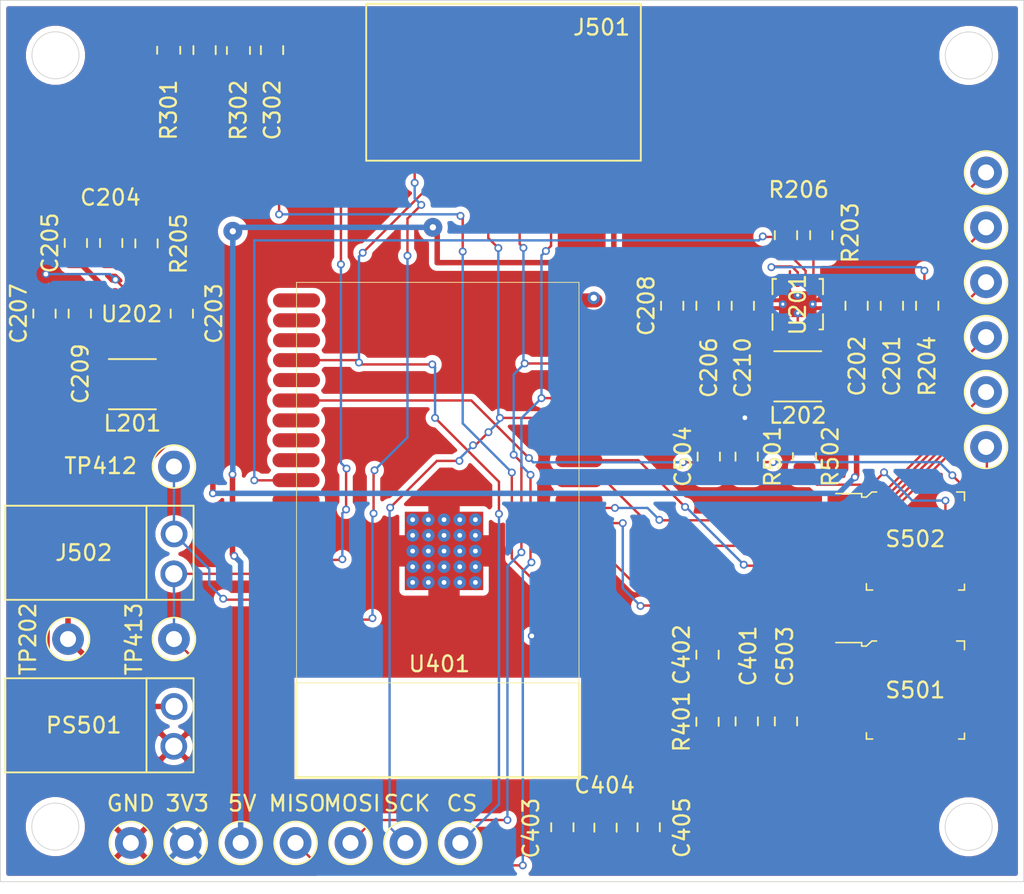
<source format=kicad_pcb>
(kicad_pcb (version 20171130) (host pcbnew "(5.1.7)-1")
  (layers (0 F.Cu signal) (31 B.Cu signal) (34 B.Paste user hide) (35 F.Paste user hide) (36 B.SilkS user) (37 F.SilkS user) (38 B.Mask user) (39 F.Mask user) (44 Edge.Cuts user))
  (net 0 "")
  (net 1 GND)
  (net 2 GPIO_Vmess)
  (net 3 TXD0)
  (net 4 RXD0)
  (net 5 "Net-(L201-Pad1)")
  (net 6 "Net-(L201-Pad2)")
  (net 7 "Net-(L202-Pad1)")
  (net 8 "Net-(L202-Pad2)")
  (net 9 +BATT)
  (net 10 EN_5V)
  (net 11 "Net-(R205-Pad1)")
  (net 12 "Net-(R206-Pad1)")
  (net 13 RST_ESP)
  (net 14 +3V3)
  (net 15 PROG_ESP)
  (net 16 +5V)
  (net 17 "Net-(C204-Pad1)")
  (net 18 CS)
  (net 19 BSY_DIS)
  (net 20 RST_DIS)
  (net 21 "Net-(TP403-Pad1)")
  (net 22 "Net-(TP404-Pad1)")
  (net 23 "Net-(TP405-Pad1)")
  (net 24 "Net-(TP406-Pad1)")
  (net 25 "Net-(TP407-Pad1)")
  (net 26 MISO)
  (net 27 MOSI)
  (net 28 SCK)
  (net 29 "Net-(R204-Pad2)")
  (net 30 "Net-(S501-Pad1)")
  (net 31 "Net-(S501-Pad3)")
  (net 32 "Net-(S502-Pad1)")
  (net 33 "Net-(S502-Pad3)")
  (net 34 "Net-(U401-Pad6)")
  (net 35 "Net-(U401-Pad12)")
  (net 36 "Net-(U401-Pad15)")
  (net 37 "Net-(U401-Pad17)")
  (net 38 "Net-(U401-Pad18)")
  (net 39 "Net-(U401-Pad19)")
  (net 40 "Net-(U401-Pad20)")
  (net 41 "Net-(U401-Pad21)")
  (net 42 "Net-(U401-Pad22)")
  (net 43 "Net-(U401-Pad24)")
  (net 44 "Net-(U401-Pad26)")
  (net 45 "Net-(U401-Pad27)")
  (net 46 "Net-(U401-Pad28)")
  (net 47 "Net-(U401-Pad30)")
  (net 48 "Net-(U401-Pad31)")
  (net 49 "Net-(U401-Pad32)")
  (net 50 "Net-(U401-Pad37)")
  (module Digikey:Test_Point_D1.02mm (layer F.Cu) (at 111.05 84.52 90)
    (fp_text reference TP413 (at 0 -2.55 90) (layer F.SilkS))
    (fp_text value TestPoint)
    (pad 1 thru_hole circle (at 0 0 90) (size 2.02 2.02) (drill 1.02) (layers *.Cu *.Mask) (net 4 RXD0))
  )
  (module E-Ink:ESP32-WROVER (layer F.Cu) (at 127.86 86.73 180)
    (fp_text reference U401 (at -0.1 0.62) (layer F.SilkS))
    (fp_text value ESP-32-WROOVER-IE hide)
    (pad 39 thru_hole circle (at -2.4 5.82 180) (size 0.8 0.8) (drill 0.3) (layers *.Cu *.Mask) (net 1 GND))
    (pad 39 smd rect (at -0.4 7.83 180) (size 5 5) (layers F.Cu F.Paste F.Mask) (net 1 GND))
    (pad 1 smd oval (at -9 0.91 180) (size 3 0.9) (layers F.Cu F.Paste F.Mask) (net 1 GND))
    (pad 2 smd oval (at -9 2.18 180) (size 3 0.9) (layers F.Cu F.Paste F.Mask) (net 14 +3V3))
    (pad 3 smd oval (at -9 3.45 180) (size 3 0.9) (layers F.Cu F.Paste F.Mask) (net 13 RST_ESP))
    (pad 4 smd oval (at -9 4.72 180) (size 3 0.9) (layers F.Cu F.Paste F.Mask) (net 2 GPIO_Vmess))
    (pad 5 smd oval (at -9 5.99 180) (size 3 0.9) (layers F.Cu F.Paste F.Mask) (net 1 GND))
    (pad 6 smd oval (at -9 7.26 180) (size 3 0.9) (layers F.Cu F.Paste F.Mask) (net 34 "Net-(U401-Pad6)"))
    (pad 7 smd oval (at -9 8.53 180) (size 3 0.9) (layers F.Cu F.Paste F.Mask) (net 25 "Net-(TP407-Pad1)"))
    (pad 8 smd oval (at -9 9.8 180) (size 3 0.9) (layers F.Cu F.Paste F.Mask) (net 24 "Net-(TP406-Pad1)"))
    (pad 9 smd oval (at -9 11.07 180) (size 3 0.9) (layers F.Cu F.Paste F.Mask) (net 23 "Net-(TP405-Pad1)"))
    (pad 10 smd oval (at -9 12.34 180) (size 3 0.9) (layers F.Cu F.Paste F.Mask) (net 22 "Net-(TP404-Pad1)"))
    (pad 11 smd oval (at -9 13.61 180) (size 3 0.9) (layers F.Cu F.Paste F.Mask) (net 21 "Net-(TP403-Pad1)"))
    (pad 12 smd oval (at -9 14.88 180) (size 3 0.9) (layers F.Cu F.Paste F.Mask) (net 35 "Net-(U401-Pad12)"))
    (pad 13 smd oval (at -9 16.15 180) (size 3 0.9) (layers F.Cu F.Paste F.Mask) (net 28 SCK))
    (pad 14 smd oval (at -9 17.42 180) (size 3 0.9) (layers F.Cu F.Paste F.Mask) (net 26 MISO))
    (pad 15 smd oval (at -9 18.72 180) (size 3 0.9) (layers F.Cu F.Paste F.Mask) (net 36 "Net-(U401-Pad15)"))
    (pad 16 smd oval (at -9 19.99 180) (size 3 0.9) (layers F.Cu F.Paste F.Mask) (net 27 MOSI))
    (pad 17 smd oval (at -9 21.26 180) (size 3 0.9) (layers F.Cu F.Paste F.Mask) (net 37 "Net-(U401-Pad17)"))
    (pad 18 smd oval (at -9 22.53 180) (size 3 0.9) (layers F.Cu F.Paste F.Mask) (net 38 "Net-(U401-Pad18)"))
    (pad 19 smd oval (at -9 23.8 180) (size 3 0.9) (layers F.Cu F.Paste F.Mask) (net 39 "Net-(U401-Pad19)"))
    (pad 20 smd oval (at 9 23.8 180) (size 3 0.9) (layers F.Cu F.Paste F.Mask) (net 40 "Net-(U401-Pad20)"))
    (pad 21 smd oval (at 9 22.53 180) (size 3 0.9) (layers F.Cu F.Paste F.Mask) (net 41 "Net-(U401-Pad21)"))
    (pad 22 smd oval (at 9 21.26 180) (size 3 0.9) (layers F.Cu F.Paste F.Mask) (net 42 "Net-(U401-Pad22)"))
    (pad 23 smd oval (at 9 19.99 180) (size 3 0.9) (layers F.Cu F.Paste F.Mask) (net 18 CS))
    (pad 24 smd oval (at 9 18.72 180) (size 3 0.9) (layers F.Cu F.Paste F.Mask) (net 43 "Net-(U401-Pad24)"))
    (pad 25 smd oval (at 9.03 17.42 180) (size 3 0.9) (layers F.Cu F.Paste F.Mask) (net 15 PROG_ESP))
    (pad 26 smd oval (at 9.03 16.15 180) (size 3 0.9) (layers F.Cu F.Paste F.Mask) (net 44 "Net-(U401-Pad26)"))
    (pad 27 smd oval (at 9.03 14.88 180) (size 3 0.9) (layers F.Cu F.Paste F.Mask) (net 45 "Net-(U401-Pad27)"))
    (pad 28 smd oval (at 9.03 13.61 180) (size 3 0.9) (layers F.Cu F.Paste F.Mask) (net 46 "Net-(U401-Pad28)"))
    (pad 29 smd oval (at 9.03 12.34 180) (size 3 0.9) (layers F.Cu F.Paste F.Mask) (net 10 EN_5V))
    (pad 30 smd oval (at 9.03 11.07 180) (size 3 0.9) (layers F.Cu F.Paste F.Mask) (net 47 "Net-(U401-Pad30)"))
    (pad 31 smd oval (at 9.03 9.8 180) (size 3 0.9) (layers F.Cu F.Paste F.Mask) (net 48 "Net-(U401-Pad31)"))
    (pad 32 smd oval (at 9.03 8.53 180) (size 3 0.9) (layers F.Cu F.Paste F.Mask) (net 49 "Net-(U401-Pad32)"))
    (pad 33 smd oval (at 9.03 7.26 180) (size 3 0.9) (layers F.Cu F.Paste F.Mask) (net 19 BSY_DIS))
    (pad 34 smd oval (at 9.03 5.99 180) (size 3 0.9) (layers F.Cu F.Paste F.Mask) (net 4 RXD0))
    (pad 35 smd oval (at 9.03 4.72 180) (size 3 0.9) (layers F.Cu F.Paste F.Mask) (net 3 TXD0))
    (pad 36 smd oval (at 9.03 3.45 180) (size 3 0.9) (layers F.Cu F.Paste F.Mask) (net 20 RST_DIS))
    (pad 37 smd oval (at 9.03 2.18 180) (size 3 0.9) (layers F.Cu F.Paste F.Mask) (net 50 "Net-(U401-Pad37)"))
    (pad 38 smd oval (at 9.03 0.91 180) (size 3 0.9) (layers F.Cu F.Paste F.Mask) (net 1 GND))
    (pad 39 thru_hole circle (at -2.4 6.82 180) (size 0.8 0.8) (drill 0.3) (layers *.Cu *.Mask) (net 1 GND))
    (pad 39 thru_hole circle (at -2.4 7.82 180) (size 0.8 0.8) (drill 0.3) (layers *.Cu *.Mask) (net 1 GND))
    (pad 39 thru_hole circle (at -2.4 8.82 180) (size 0.8 0.8) (drill 0.3) (layers *.Cu *.Mask) (net 1 GND))
    (pad 39 thru_hole circle (at -2.4 9.82 180) (size 0.8 0.8) (drill 0.3) (layers *.Cu *.Mask) (net 1 GND))
    (pad 39 thru_hole circle (at -1.4 9.82 180) (size 0.8 0.8) (drill 0.3) (layers *.Cu *.Mask) (net 1 GND))
    (pad 39 thru_hole circle (at -1.4 8.82 180) (size 0.8 0.8) (drill 0.3) (layers *.Cu *.Mask) (net 1 GND))
    (pad 39 thru_hole circle (at -1.4 7.82 180) (size 0.8 0.8) (drill 0.3) (layers *.Cu *.Mask) (net 1 GND))
    (pad 39 thru_hole circle (at -1.4 6.82 180) (size 0.8 0.8) (drill 0.3) (layers *.Cu *.Mask) (net 1 GND))
    (pad 39 thru_hole circle (at -1.4 5.82 180) (size 0.8 0.8) (drill 0.3) (layers *.Cu *.Mask) (net 1 GND))
    (pad 39 thru_hole circle (at 0.6 5.82 180) (size 0.8 0.8) (drill 0.3) (layers *.Cu *.Mask) (net 1 GND))
    (pad 39 thru_hole circle (at 0.6 6.82 180) (size 0.8 0.8) (drill 0.3) (layers *.Cu *.Mask) (net 1 GND))
    (pad 39 thru_hole circle (at 0.6 7.82 180) (size 0.8 0.8) (drill 0.3) (layers *.Cu *.Mask) (net 1 GND))
    (pad 39 thru_hole circle (at 0.6 8.82 180) (size 0.8 0.8) (drill 0.3) (layers *.Cu *.Mask) (net 1 GND))
    (pad 39 thru_hole circle (at 0.6 9.82 180) (size 0.8 0.8) (drill 0.3) (layers *.Cu *.Mask) (net 1 GND))
    (pad 39 thru_hole circle (at -0.4 9.82 180) (size 0.8 0.8) (drill 0.3) (layers *.Cu *.Mask) (net 1 GND))
    (pad 39 thru_hole circle (at -0.4 8.82 180) (size 0.8 0.8) (drill 0.3) (layers *.Cu *.Mask) (net 1 GND))
    (pad 39 thru_hole circle (at -0.4 7.82 180) (size 0.8 0.8) (drill 0.3) (layers *.Cu *.Mask) (net 1 GND))
    (pad 39 thru_hole circle (at -0.4 6.82 180) (size 0.8 0.8) (drill 0.3) (layers *.Cu *.Mask) (net 1 GND))
    (pad 39 thru_hole circle (at -0.4 5.82 180) (size 0.8 0.8) (drill 0.3) (layers *.Cu *.Mask) (net 1 GND))
    (pad 39 thru_hole circle (at 1.6 9.82 180) (size 0.8 0.8) (drill 0.3) (layers *.Cu *.Mask) (net 1 GND))
    (pad 39 thru_hole circle (at 1.6 8.82 180) (size 0.8 0.8) (drill 0.3) (layers *.Cu *.Mask) (net 1 GND))
    (pad 39 thru_hole circle (at 1.6 7.82 180) (size 0.8 0.8) (drill 0.3) (layers *.Cu *.Mask) (net 1 GND))
    (pad 39 thru_hole circle (at 1.6 6.82 180) (size 0.8 0.8) (drill 0.3) (layers *.Cu *.Mask) (net 1 GND))
    (pad 39 thru_hole circle (at 1.6 5.82 180) (size 0.8 0.8) (drill 0.3) (layers *.Cu *.Mask) (net 1 GND))
  )
  (module Resistor_SMD:R_0805_2012Metric_Pad1.20x1.40mm_HandSolder (layer F.Cu) (at 151.228 72.887 270)
    (fp_text reference R502 (at 0 -1.65 90) (layer F.SilkS))
    (fp_text value 4k7)
    (pad 2 smd roundrect (at 1 0 270) (size 1.2 1.4) (layers F.Cu F.Paste F.Mask) (roundrect_rratio 0.208333) (net 13 RST_ESP))
    (pad 1 smd roundrect (at -1 0 270) (size 1.2 1.4) (layers F.Cu F.Paste F.Mask) (roundrect_rratio 0.208333) (net 14 +3V3))
  )
  (module Resistor_SMD:R_0805_2012Metric_Pad1.20x1.40mm_HandSolder (layer F.Cu) (at 115.16 46.995 90)
    (fp_text reference R302 (at -3.81 0 90) (layer F.SilkS))
    (fp_text value 10M)
    (pad 2 smd roundrect (at 1 0 90) (size 1.2 1.4) (layers F.Cu F.Paste F.Mask) (roundrect_rratio 0.208333) (net 1 GND))
    (pad 1 smd roundrect (at -1 0 90) (size 1.2 1.4) (layers F.Cu F.Paste F.Mask) (roundrect_rratio 0.208333) (net 2 GPIO_Vmess))
  )
  (module Resistor_SMD:R_0805_2012Metric_Pad1.20x1.40mm_HandSolder (layer F.Cu) (at 110.715 46.979 90)
    (fp_text reference R301 (at -3.81 0 90) (layer F.SilkS))
    (fp_text value 10M)
    (pad 2 smd roundrect (at 1 0 90) (size 1.2 1.4) (layers F.Cu F.Paste F.Mask) (roundrect_rratio 0.208333) (net 9 +BATT))
    (pad 1 smd roundrect (at -1 0 90) (size 1.2 1.4) (layers F.Cu F.Paste F.Mask) (roundrect_rratio 0.208333) (net 2 GPIO_Vmess))
  )
  (module E-Ink:WSON-8-1EP_3x3mm_P0.5mm_EP1.6x2.0mm (layer F.Cu) (at 108.05 63.52 90)
    (fp_text reference U202 (at -0.28 0.3 180) (layer F.SilkS))
    (fp_text value TPS63031DSKR)
    (pad 6 smd rect (at 1 1.258 90) (size 0.75 0.25) (layers F.Cu F.Paste F.Mask) (net 17 "Net-(C204-Pad1)"))
    (pad 5 smd rect (at -1.5 1.258 90) (size 0.75 0.25) (layers F.Cu F.Paste F.Mask) (net 9 +BATT))
    (pad 3 smd rect (at -1.5 0.25 90) (size 0.75 0.25) (layers F.Cu F.Paste F.Mask) (net 1 GND))
    (pad 9 smd rect (at 1 -0.25 90) (size 0.75 0.25) (layers F.Cu F.Paste F.Mask) (net 1 GND))
    (pad 10 smd rect (at 1 -0.75 90) (size 0.75 0.25) (layers F.Cu F.Paste F.Mask) (net 14 +3V3))
    (pad 11 smd rect (at -0.254 0.254 90) (size 1.2 2) (layers F.Cu F.Mask) (net 1 GND))
    (pad 1 smd rect (at -1.5 -0.75 90) (size 0.75 0.25) (layers F.Cu F.Paste F.Mask) (net 14 +3V3))
    (pad 2 smd rect (at -1.5 -0.25 90) (size 0.75 0.25) (layers F.Cu F.Paste F.Mask) (net 6 "Net-(L201-Pad2)"))
    (pad 4 smd rect (at -1.5 0.75 90) (size 0.75 0.25) (layers F.Cu F.Paste F.Mask) (net 5 "Net-(L201-Pad1)"))
    (pad 7 smd rect (at 1 0.75 90) (size 0.75 0.25) (layers F.Cu F.Paste F.Mask) (net 11 "Net-(R205-Pad1)"))
    (pad 8 smd rect (at 1 0.25 90) (size 0.75 0.25) (layers F.Cu F.Paste F.Mask) (net 17 "Net-(C204-Pad1)"))
  )
  (module Capacitor_SMD:C_0805_2012Metric_Pad1.15x1.40mm_HandSolder (layer F.Cu) (at 156.8 63.27 90)
    (fp_text reference C201 (at -3.85 0 90) (layer F.SilkS))
    (fp_text value 10µ)
    (pad 2 smd roundrect (at 1.025 0 90) (size 1.15 1.4) (layers F.Cu F.Paste F.Mask) (roundrect_rratio 0.217391) (net 1 GND))
    (pad 1 smd roundrect (at -1.025 0 90) (size 1.15 1.4) (layers F.Cu F.Paste F.Mask) (roundrect_rratio 0.217391) (net 9 +BATT))
  )
  (module Capacitor_SMD:C_0805_2012Metric_Pad1.15x1.40mm_HandSolder (layer F.Cu) (at 154.55 63.27 90)
    (fp_text reference C202 (at -3.85 0.03 90) (layer F.SilkS))
    (fp_text value 100n)
    (pad 2 smd roundrect (at 1.025 0 90) (size 1.15 1.4) (layers F.Cu F.Paste F.Mask) (roundrect_rratio 0.217391) (net 1 GND))
    (pad 1 smd roundrect (at -1.025 0 90) (size 1.15 1.4) (layers F.Cu F.Paste F.Mask) (roundrect_rratio 0.217391) (net 9 +BATT))
  )
  (module Capacitor_SMD:C_0805_2012Metric_Pad1.15x1.40mm_HandSolder (layer F.Cu) (at 111.55 63.77 90)
    (fp_text reference C203 (at 0 2.05 90) (layer F.SilkS))
    (fp_text value 10µ)
    (pad 2 smd roundrect (at 1.025 0 90) (size 1.15 1.4) (layers F.Cu F.Paste F.Mask) (roundrect_rratio 0.217391) (net 1 GND))
    (pad 1 smd roundrect (at -1.025 0 90) (size 1.15 1.4) (layers F.Cu F.Paste F.Mask) (roundrect_rratio 0.217391) (net 9 +BATT))
  )
  (module Capacitor_SMD:C_0805_2012Metric_Pad1.15x1.40mm_HandSolder (layer F.Cu) (at 107.05 59.27 90)
    (fp_text reference C204 (at 2.9 -0.05 180) (layer F.SilkS))
    (fp_text value 100n)
    (pad 2 smd roundrect (at 1.025 0 90) (size 1.15 1.4) (layers F.Cu F.Paste F.Mask) (roundrect_rratio 0.217391) (net 1 GND))
    (pad 1 smd roundrect (at -1.025 0 90) (size 1.15 1.4) (layers F.Cu F.Paste F.Mask) (roundrect_rratio 0.217391) (net 17 "Net-(C204-Pad1)"))
  )
  (module Capacitor_SMD:C_0805_2012Metric_Pad1.15x1.40mm_HandSolder (layer F.Cu) (at 104.8 59.27 90)
    (fp_text reference C205 (at 0 -1.65 90) (layer F.SilkS))
    (fp_text value 10µ)
    (pad 2 smd roundrect (at 1.025 0 90) (size 1.15 1.4) (layers F.Cu F.Paste F.Mask) (roundrect_rratio 0.217391) (net 1 GND))
    (pad 1 smd roundrect (at -1.025 0 90) (size 1.15 1.4) (layers F.Cu F.Paste F.Mask) (roundrect_rratio 0.217391) (net 14 +3V3))
  )
  (module Capacitor_SMD:C_0805_2012Metric_Pad1.15x1.40mm_HandSolder (layer F.Cu) (at 145.05 63.27 90)
    (fp_text reference C206 (at -3.95 0.09 90) (layer F.SilkS))
    (fp_text value 10µ)
    (pad 2 smd roundrect (at 1.025 0 90) (size 1.15 1.4) (layers F.Cu F.Paste F.Mask) (roundrect_rratio 0.217391) (net 1 GND))
    (pad 1 smd roundrect (at -1.025 0 90) (size 1.15 1.4) (layers F.Cu F.Paste F.Mask) (roundrect_rratio 0.217391) (net 16 +5V))
  )
  (module Capacitor_SMD:C_0805_2012Metric_Pad1.15x1.40mm_HandSolder (layer F.Cu) (at 102.8 63.77 90)
    (fp_text reference C207 (at 0 -1.65 90) (layer F.SilkS))
    (fp_text value 10µ)
    (pad 2 smd roundrect (at 1.025 0 90) (size 1.15 1.4) (layers F.Cu F.Paste F.Mask) (roundrect_rratio 0.217391) (net 1 GND))
    (pad 1 smd roundrect (at -1.025 0 90) (size 1.15 1.4) (layers F.Cu F.Paste F.Mask) (roundrect_rratio 0.217391) (net 14 +3V3))
  )
  (module Capacitor_SMD:C_0805_2012Metric_Pad1.15x1.40mm_HandSolder (layer F.Cu) (at 142.8 63.27 90)
    (fp_text reference C208 (at 0 -1.65 90) (layer F.SilkS))
    (fp_text value 10µ)
    (pad 2 smd roundrect (at 1.025 0 90) (size 1.15 1.4) (layers F.Cu F.Paste F.Mask) (roundrect_rratio 0.217391) (net 1 GND))
    (pad 1 smd roundrect (at -1.025 0 90) (size 1.15 1.4) (layers F.Cu F.Paste F.Mask) (roundrect_rratio 0.217391) (net 16 +5V))
  )
  (module Capacitor_SMD:C_0805_2012Metric_Pad1.15x1.40mm_HandSolder (layer F.Cu) (at 105.05 63.77 90)
    (fp_text reference C209 (at -3.84 0.04 90) (layer F.SilkS))
    (fp_text value 100n)
    (pad 2 smd roundrect (at 1.025 0 90) (size 1.15 1.4) (layers F.Cu F.Paste F.Mask) (roundrect_rratio 0.217391) (net 1 GND))
    (pad 1 smd roundrect (at -1.025 0 90) (size 1.15 1.4) (layers F.Cu F.Paste F.Mask) (roundrect_rratio 0.217391) (net 14 +3V3))
  )
  (module Capacitor_SMD:C_0805_2012Metric_Pad1.15x1.40mm_HandSolder (layer F.Cu) (at 147.3 63.27 90)
    (fp_text reference C210 (at -3.95 -0.01 90) (layer F.SilkS))
    (fp_text value 100n)
    (pad 2 smd roundrect (at 1.025 0 90) (size 1.15 1.4) (layers F.Cu F.Paste F.Mask) (roundrect_rratio 0.217391) (net 1 GND))
    (pad 1 smd roundrect (at -1.025 0 90) (size 1.15 1.4) (layers F.Cu F.Paste F.Mask) (roundrect_rratio 0.217391) (net 16 +5V))
  )
  (module Capacitor_SMD:C_0805_2012Metric_Pad1.15x1.40mm_HandSolder (layer F.Cu) (at 113.001 46.97 270)
    (fp_text reference C301 hide)
    (fp_text value 10µ)
    (pad 2 smd roundrect (at 1.025 0 270) (size 1.15 1.4) (layers F.Cu F.Paste F.Mask) (roundrect_rratio 0.217391) (net 2 GPIO_Vmess))
    (pad 1 smd roundrect (at -1.025 0 270) (size 1.15 1.4) (layers F.Cu F.Paste F.Mask) (roundrect_rratio 0.217391) (net 9 +BATT))
  )
  (module Capacitor_SMD:C_0805_2012Metric_Pad1.15x1.40mm_HandSolder (layer F.Cu) (at 117.3 46.97 90)
    (fp_text reference C302 (at -3.819 0.019 90) (layer F.SilkS))
    (fp_text value 10µ)
    (pad 2 smd roundrect (at 1.025 0 90) (size 1.15 1.4) (layers F.Cu F.Paste F.Mask) (roundrect_rratio 0.217391) (net 1 GND))
    (pad 1 smd roundrect (at -1.025 0 90) (size 1.15 1.4) (layers F.Cu F.Paste F.Mask) (roundrect_rratio 0.217391) (net 2 GPIO_Vmess))
  )
  (module Capacitor_SMD:C_0805_2012Metric_Pad1.15x1.40mm_HandSolder (layer F.Cu) (at 147.55 89.77 270)
    (fp_text reference C401 (at -4.17 -0.09 90) (layer F.SilkS))
    (fp_text value 10µ)
    (pad 2 smd roundrect (at 1.025 0 270) (size 1.15 1.4) (layers F.Cu F.Paste F.Mask) (roundrect_rratio 0.217391) (net 1 GND))
    (pad 1 smd roundrect (at -1.025 0 270) (size 1.15 1.4) (layers F.Cu F.Paste F.Mask) (roundrect_rratio 0.217391) (net 13 RST_ESP))
  )
  (module Capacitor_SMD:C_0805_2012Metric_Pad1.15x1.40mm_HandSolder (layer F.Cu) (at 145.05 85.52 90)
    (fp_text reference C402 (at 0 -1.65 90) (layer F.SilkS))
    (fp_text value 100n)
    (pad 2 smd roundrect (at 1.025 0 90) (size 1.15 1.4) (layers F.Cu F.Paste F.Mask) (roundrect_rratio 0.217391) (net 1 GND))
    (pad 1 smd roundrect (at -1.025 0 90) (size 1.15 1.4) (layers F.Cu F.Paste F.Mask) (roundrect_rratio 0.217391) (net 2 GPIO_Vmess))
  )
  (module Capacitor_SMD:C_0805_2012Metric_Pad1.15x1.40mm_HandSolder (layer F.Cu) (at 135.8 96.52 270)
    (fp_text reference C403 (at 0.06 2 90) (layer F.SilkS))
    (fp_text value 10µ)
    (pad 2 smd roundrect (at 1.025 0 270) (size 1.15 1.4) (layers F.Cu F.Paste F.Mask) (roundrect_rratio 0.217391) (net 1 GND))
    (pad 1 smd roundrect (at -1.025 0 270) (size 1.15 1.4) (layers F.Cu F.Paste F.Mask) (roundrect_rratio 0.217391) (net 14 +3V3))
  )
  (module Capacitor_SMD:C_0805_2012Metric_Pad1.15x1.40mm_HandSolder (layer F.Cu) (at 138.55 96.545 270)
    (fp_text reference C404 (at -2.695 0.06) (layer F.SilkS))
    (fp_text value 100n)
    (pad 2 smd roundrect (at 1.025 0 270) (size 1.15 1.4) (layers F.Cu F.Paste F.Mask) (roundrect_rratio 0.217391) (net 1 GND))
    (pad 1 smd roundrect (at -1.025 0 270) (size 1.15 1.4) (layers F.Cu F.Paste F.Mask) (roundrect_rratio 0.217391) (net 14 +3V3))
  )
  (module Capacitor_SMD:C_0805_2012Metric_Pad1.15x1.40mm_HandSolder (layer F.Cu) (at 141.3 96.52 270)
    (fp_text reference C405 (at 0.03 -2.12 90) (layer F.SilkS))
    (fp_text value 100n)
    (pad 2 smd roundrect (at 1.025 0 270) (size 1.15 1.4) (layers F.Cu F.Paste F.Mask) (roundrect_rratio 0.217391) (net 1 GND))
    (pad 1 smd roundrect (at -1.025 0 270) (size 1.15 1.4) (layers F.Cu F.Paste F.Mask) (roundrect_rratio 0.217391) (net 14 +3V3))
  )
  (module Capacitor_SMD:C_0805_2012Metric_Pad1.15x1.40mm_HandSolder (layer F.Cu) (at 150.05 89.77 270)
    (fp_text reference C503 (at -4.14 0.07 90) (layer F.SilkS))
    (fp_text value 10µ)
    (pad 2 smd roundrect (at 1.025 0 270) (size 1.15 1.4) (layers F.Cu F.Paste F.Mask) (roundrect_rratio 0.217391) (net 1 GND))
    (pad 1 smd roundrect (at -1.025 0 270) (size 1.15 1.4) (layers F.Cu F.Paste F.Mask) (roundrect_rratio 0.217391) (net 13 RST_ESP))
  )
  (module Capacitor_SMD:C_0805_2012Metric_Pad1.15x1.40mm_HandSolder (layer F.Cu) (at 145.132 72.887 90)
    (fp_text reference C504 (at 0 -1.65 90) (layer F.SilkS))
    (fp_text value 10µ)
    (pad 2 smd roundrect (at 1.025 0 90) (size 1.15 1.4) (layers F.Cu F.Paste F.Mask) (roundrect_rratio 0.217391) (net 1 GND))
    (pad 1 smd roundrect (at -1.025 0 90) (size 1.15 1.4) (layers F.Cu F.Paste F.Mask) (roundrect_rratio 0.217391) (net 15 PROG_ESP))
  )
  (module E-Ink:S8B-PH-SM4-TB (layer F.Cu) (at 141.3 53.02 270)
    (fp_text reference J501 (at -7.5 3) (layer F.SilkS))
    (fp_text value S8B-PH-SM4-TB)
    (pad 1 smd roundrect (at -1.1275 2.22 270) (size 3 1.2) (layers F.Cu F.Paste F.Mask) (net 16 +5V))
    (pad 2 smd roundrect (at -1.1275 4.22 270) (size 3 1.2) (layers F.Cu F.Paste F.Mask) (net 1 GND))
    (pad 3 smd roundrect (at -1.1275 6.22 270) (size 3 1.2) (layers F.Cu F.Paste F.Mask) (net 26 MISO))
    (pad 4 smd roundrect (at -1.1275 8.22 270) (size 3 1.2) (layers F.Cu F.Paste F.Mask) (net 27 MOSI))
    (pad 5 smd roundrect (at -1.1275 10.22 270) (size 3 1.2) (layers F.Cu F.Paste F.Mask) (net 28 SCK))
    (pad 6 smd roundrect (at -1.1275 12.22 270) (size 3 1.2) (layers F.Cu F.Paste F.Mask) (net 18 CS))
    (pad 7 smd roundrect (at -1.1275 14.22 270) (size 3 1.2) (layers F.Cu F.Paste F.Mask) (net 20 RST_DIS))
    (pad 8 smd roundrect (at -1.1275 16.22 270) (size 3 1.2) (layers F.Cu F.Paste F.Mask) (net 19 BSY_DIS))
  )
  (module E-Ink:Pin-Header_1x2_2.54mm (layer F.Cu) (at 114.3 79.02 270)
    (fp_text reference J502 (at 0 9) (layer F.SilkS))
    (fp_text value Con.2-Pol)
    (pad 1 thru_hole circle (at -1.2 3.24 270) (size 1.7 1.7) (drill 1.1) (layers *.Cu *.Mask) (net 3 TXD0))
    (pad 2 thru_hole circle (at 1.34 3.26 270) (size 1.7 1.7) (drill 1.1) (layers *.Cu *.Mask) (net 4 RXD0))
  )
  (module E-Ink:L_Taiyo-Yuden_MD-3030 (layer F.Cu) (at 108.4 68.27 180)
    (fp_text reference L201 (at 0 -2.5) (layer F.SilkS))
    (fp_text value 2.2u)
    (pad 1 smd rect (at -1.1 0 180) (size 0.8 2.7) (layers F.Cu F.Paste F.Mask) (net 5 "Net-(L201-Pad1)"))
    (pad 2 smd rect (at 1.1 0 180) (size 0.8 2.7) (layers F.Cu F.Paste F.Mask) (net 6 "Net-(L201-Pad2)"))
  )
  (module E-Ink:L_Taiyo-Yuden_MD-3030 (layer F.Cu) (at 150.8 67.77 180)
    (fp_text reference L202 (at 0 -2.5) (layer F.SilkS))
    (fp_text value 2.2u)
    (pad 1 smd rect (at -1.1 0 180) (size 0.8 2.7) (layers F.Cu F.Paste F.Mask) (net 7 "Net-(L202-Pad1)"))
    (pad 2 smd rect (at 1.1 0 180) (size 0.8 2.7) (layers F.Cu F.Paste F.Mask) (net 8 "Net-(L202-Pad2)"))
  )
  (module E-Ink:Pin-Header_1x2_2.54mm (layer F.Cu) (at 114.3 90.02 270)
    (fp_text reference PS501 (at 0 9) (layer F.SilkS))
    (fp_text value AAA_Batterypack)
    (pad 1 thru_hole circle (at -1.2 3.24 270) (size 1.7 1.7) (drill 1.1) (layers *.Cu *.Mask) (net 9 +BATT))
    (pad 2 thru_hole circle (at 1.34 3.26 270) (size 1.7 1.7) (drill 1.1) (layers *.Cu *.Mask) (net 1 GND))
  )
  (module Resistor_SMD:R_0805_2012Metric_Pad1.15x1.40mm_HandSolder (layer F.Cu) (at 152.3 58.77 90)
    (fp_text reference R203 (at 0.15 1.85 90) (layer F.SilkS))
    (fp_text value 10k)
    (pad 2 smd roundrect (at 1.025 0 90) (size 1.15 1.4) (layers F.Cu F.Paste F.Mask) (roundrect_rratio 0.217391) (net 1 GND))
    (pad 1 smd roundrect (at -1.025 0 90) (size 1.15 1.4) (layers F.Cu F.Paste F.Mask) (roundrect_rratio 0.217391) (net 10 EN_5V))
  )
  (module Resistor_SMD:R_0805_2012Metric_Pad1.15x1.40mm_HandSolder (layer F.Cu) (at 159.05 63.27 90)
    (fp_text reference R204 (at -3.85 0 90) (layer F.SilkS))
    (fp_text value 100)
    (pad 2 smd roundrect (at 1.025 0 90) (size 1.15 1.4) (layers F.Cu F.Paste F.Mask) (roundrect_rratio 0.217391) (net 29 "Net-(R204-Pad2)"))
    (pad 1 smd roundrect (at -1.025 0 90) (size 1.15 1.4) (layers F.Cu F.Paste F.Mask) (roundrect_rratio 0.217391) (net 9 +BATT))
  )
  (module Resistor_SMD:R_0805_2012Metric_Pad1.15x1.40mm_HandSolder (layer F.Cu) (at 109.3 59.295 90)
    (fp_text reference R205 (at -0.025 2.05 90) (layer F.SilkS))
    (fp_text value 10k)
    (pad 2 smd roundrect (at 1.025 0 90) (size 1.15 1.4) (layers F.Cu F.Paste F.Mask) (roundrect_rratio 0.217391) (net 1 GND))
    (pad 1 smd roundrect (at -1.025 0 90) (size 1.15 1.4) (layers F.Cu F.Paste F.Mask) (roundrect_rratio 0.217391) (net 11 "Net-(R205-Pad1)"))
  )
  (module Resistor_SMD:R_0805_2012Metric_Pad1.15x1.40mm_HandSolder (layer F.Cu) (at 150.05 58.77 90)
    (fp_text reference R206 (at 2.9 0.81 180) (layer F.SilkS))
    (fp_text value 10k)
    (pad 2 smd roundrect (at 1.025 0 90) (size 1.15 1.4) (layers F.Cu F.Paste F.Mask) (roundrect_rratio 0.217391) (net 1 GND))
    (pad 1 smd roundrect (at -1.025 0 90) (size 1.15 1.4) (layers F.Cu F.Paste F.Mask) (roundrect_rratio 0.217391) (net 12 "Net-(R206-Pad1)"))
  )
  (module Resistor_SMD:R_0805_2012Metric_Pad1.15x1.40mm_HandSolder (layer F.Cu) (at 145.05 89.795 90)
    (fp_text reference R401 (at 0 -1.65 90) (layer F.SilkS))
    (fp_text value 4k7)
    (pad 2 smd roundrect (at 1.025 0 90) (size 1.15 1.4) (layers F.Cu F.Paste F.Mask) (roundrect_rratio 0.217391) (net 13 RST_ESP))
    (pad 1 smd roundrect (at -1.025 0 90) (size 1.15 1.4) (layers F.Cu F.Paste F.Mask) (roundrect_rratio 0.217391) (net 14 +3V3))
  )
  (module Resistor_SMD:R_0805_2012Metric_Pad1.15x1.40mm_HandSolder (layer F.Cu) (at 147.545 72.887 270)
    (fp_text reference R501 (at 0 -1.65 90) (layer F.SilkS))
    (fp_text value 4k7)
    (pad 2 smd roundrect (at 1.025 0 270) (size 1.15 1.4) (layers F.Cu F.Paste F.Mask) (roundrect_rratio 0.217391) (net 15 PROG_ESP))
    (pad 1 smd roundrect (at -1.025 0 270) (size 1.15 1.4) (layers F.Cu F.Paste F.Mask) (roundrect_rratio 0.217391) (net 14 +3V3))
  )
  (module Package_SON:Texas_DRC0010J_ThermalVias (layer F.Cu) (at 150.8 63.17 90)
    (fp_text reference U201 (at -0.03 0 90) (layer F.SilkS))
    (fp_text value TPS63002DRCR)
    (pad 11 thru_hole circle (at 0 -0.95 90) (size 0.5 0.5) (drill 0.2) (layers *.Cu) (net 1 GND))
    (pad 11 thru_hole circle (at 0.575 0 90) (size 0.5 0.5) (drill 0.2) (layers *.Cu) (net 1 GND))
    (pad 11 thru_hole circle (at -0.575 0 90) (size 0.5 0.5) (drill 0.2) (layers *.Cu) (net 1 GND))
    (pad 11 thru_hole circle (at 0 0.95 90) (size 0.5 0.5) (drill 0.2) (layers *.Cu) (net 1 GND))
    (pad 11 smd custom (at 0 0 90) (size 1.65 2.4) (layers F.Cu F.Mask) (net 1 GND) (options (clearance outline) (anchor rect)) (primitives (gr_poly (pts (xy -0.375 -1.1) (xy -0.375 -1.7) (xy -0.125 -1.7) (xy -0.125 -1.1) (xy 0.125 -1.1) (xy 0.125 -1.7) (xy 0.375 -1.7) (xy 0.375 1.7) (xy 0.125 1.7) (xy 0.125 1.1) (xy -0.125 1.1) (xy -0.125 1.7) (xy -0.375 1.7)) (width 0))))
    (pad 10 smd rect (at 1.4 -1 90) (size 0.6 0.24) (layers F.Cu F.Paste F.Mask) (net 16 +5V))
    (pad 9 smd rect (at 1.4 -0.5 90) (size 0.6 0.24) (layers F.Cu F.Paste F.Mask) (net 1 GND))
    (pad 8 smd rect (at 1.4 0 90) (size 0.6 0.24) (layers F.Cu F.Paste F.Mask) (net 29 "Net-(R204-Pad2)"))
    (pad 7 smd rect (at 1.4 0.5 90) (size 0.6 0.24) (layers F.Cu F.Paste F.Mask) (net 12 "Net-(R206-Pad1)"))
    (pad 6 smd rect (at 1.4 1 90) (size 0.6 0.24) (layers F.Cu F.Paste F.Mask) (net 10 EN_5V))
    (pad 5 smd rect (at -1.4 1 90) (size 0.6 0.24) (layers F.Cu F.Paste F.Mask) (net 9 +BATT))
    (pad 4 smd rect (at -1.4 0.5 90) (size 0.6 0.24) (layers F.Cu F.Paste F.Mask) (net 7 "Net-(L202-Pad1)"))
    (pad 3 smd rect (at -1.4 0 90) (size 0.6 0.24) (layers F.Cu F.Paste F.Mask) (net 1 GND))
    (pad 2 smd rect (at -1.4 -0.5 90) (size 0.6 0.24) (layers F.Cu F.Paste F.Mask) (net 8 "Net-(L202-Pad2)"))
    (pad 1 smd rect (at -1.4 -1 90) (size 0.6 0.24) (layers F.Cu F.Paste F.Mask) (net 16 +5V))
  )
  (module Digikey:Switch_Tactile_SMD_6x6mm (layer F.Cu) (at 158.3 87.77)
    (fp_text reference S501 (at -0.01 0.01) (layer F.SilkS))
    (fp_text value 1825910-6)
    (pad 1 smd rect (at -4.55 -2.25 270) (size 1.4 2.1) (layers F.Cu F.Paste F.Mask) (net 30 "Net-(S501-Pad1)"))
    (pad 3 smd rect (at -4.55 2.25 270) (size 1.4 2.1) (layers F.Cu F.Paste F.Mask) (net 31 "Net-(S501-Pad3)"))
    (pad 4 smd rect (at 4.55 2.25 270) (size 1.4 2.1) (layers F.Cu F.Paste F.Mask) (net 1 GND))
    (pad 2 smd rect (at 4.55 -2.25 270) (size 1.4 2.1) (layers F.Cu F.Paste F.Mask) (net 13 RST_ESP))
  )
  (module Digikey:Switch_Tactile_SMD_6x6mm (layer F.Cu) (at 158.3 78.27)
    (fp_text reference S502 (at -0.01 -0.13) (layer F.SilkS))
    (fp_text value 1825910-6)
    (pad 1 smd rect (at -4.55 -2.25 270) (size 1.4 2.1) (layers F.Cu F.Paste F.Mask) (net 32 "Net-(S502-Pad1)"))
    (pad 3 smd rect (at -4.55 2.25 270) (size 1.4 2.1) (layers F.Cu F.Paste F.Mask) (net 33 "Net-(S502-Pad3)"))
    (pad 4 smd rect (at 4.55 2.25 270) (size 1.4 2.1) (layers F.Cu F.Paste F.Mask) (net 1 GND))
    (pad 2 smd rect (at 4.55 -2.25 270) (size 1.4 2.1) (layers F.Cu F.Paste F.Mask) (net 15 PROG_ESP))
  )
  (module Digikey:Test_Point_D1.02mm (layer F.Cu) (at 115.3 97.52)
    (fp_text reference TP201 hide)
    (fp_text value TestPoint)
    (pad 1 thru_hole circle (at 0 0) (size 2.02 2.02) (drill 1.02) (layers *.Cu *.Mask) (net 16 +5V))
  )
  (module Digikey:Test_Point_D1.02mm (layer F.Cu) (at 104.3 84.52 90)
    (fp_text reference TP202 (at 0 -2.55 90) (layer F.SilkS))
    (fp_text value TestPoint)
    (pad 1 thru_hole circle (at 0 0 90) (size 2.02 2.02) (drill 1.02) (layers *.Cu *.Mask) (net 9 +BATT))
  )
  (module Digikey:Test_Point_D1.02mm (layer F.Cu) (at 111.8 97.52)
    (fp_text reference TP401 hide)
    (fp_text value TestPoint)
    (pad 1 thru_hole circle (at 0 0) (size 2.02 2.02) (drill 1.02) (layers *.Cu *.Mask) (net 14 +3V3))
  )
  (module Digikey:Test_Point_D1.02mm (layer F.Cu) (at 108.3 97.52)
    (fp_text reference TP402 hide)
    (fp_text value TestPoint)
    (pad 1 thru_hole circle (at 0 0) (size 2.02 2.02) (drill 1.02) (layers *.Cu *.Mask) (net 1 GND))
  )
  (module Digikey:Test_Point_D1.02mm (layer F.Cu) (at 162.8 61.77)
    (fp_text reference TP403 hide)
    (fp_text value TestPoint)
    (pad 1 thru_hole circle (at 0 0) (size 2.02 2.02) (drill 1.02) (layers *.Cu *.Mask) (net 21 "Net-(TP403-Pad1)"))
  )
  (module Digikey:Test_Point_D1.02mm (layer F.Cu) (at 162.8 58.27)
    (fp_text reference TP404 hide)
    (fp_text value TestPoint)
    (pad 1 thru_hole circle (at 0 0) (size 2.02 2.02) (drill 1.02) (layers *.Cu *.Mask) (net 22 "Net-(TP404-Pad1)"))
  )
  (module Digikey:Test_Point_D1.02mm (layer F.Cu) (at 162.8 54.77)
    (fp_text reference TP405 hide)
    (fp_text value TestPoint)
    (pad 1 thru_hole circle (at 0 0) (size 2.02 2.02) (drill 1.02) (layers *.Cu *.Mask) (net 23 "Net-(TP405-Pad1)"))
  )
  (module Digikey:Test_Point_D1.02mm (layer F.Cu) (at 162.8 68.77)
    (fp_text reference TP406 hide)
    (fp_text value TestPoint)
    (pad 1 thru_hole circle (at 0 0) (size 2.02 2.02) (drill 1.02) (layers *.Cu *.Mask) (net 24 "Net-(TP406-Pad1)"))
  )
  (module Digikey:Test_Point_D1.02mm (layer F.Cu) (at 162.8 65.27)
    (fp_text reference TP407 hide)
    (fp_text value TestPoint)
    (pad 1 thru_hole circle (at 0 0) (size 2.02 2.02) (drill 1.02) (layers *.Cu *.Mask) (net 25 "Net-(TP407-Pad1)"))
  )
  (module Digikey:Test_Point_D1.02mm (layer F.Cu) (at 118.8 97.52)
    (fp_text reference TP408 hide)
    (fp_text value TestPoint)
    (pad 1 thru_hole circle (at 0 0) (size 2.02 2.02) (drill 1.02) (layers *.Cu *.Mask) (net 26 MISO))
  )
  (module Digikey:Test_Point_D1.02mm (layer F.Cu) (at 122.3 97.52)
    (fp_text reference TP409 hide)
    (fp_text value TestPoint)
    (pad 1 thru_hole circle (at 0 0) (size 2.02 2.02) (drill 1.02) (layers *.Cu *.Mask) (net 27 MOSI))
  )
  (module Digikey:Test_Point_D1.02mm (layer F.Cu) (at 125.8 97.52)
    (fp_text reference TP410 hide)
    (fp_text value TestPoint)
    (pad 1 thru_hole circle (at 0 0) (size 2.02 2.02) (drill 1.02) (layers *.Cu *.Mask) (net 28 SCK))
  )
  (module Digikey:Test_Point_D1.02mm (layer F.Cu) (at 129.3 97.52)
    (fp_text reference TP411 hide)
    (fp_text value TestPoint)
    (pad 1 thru_hole circle (at 0 0) (size 2.02 2.02) (drill 1.02) (layers *.Cu *.Mask) (net 18 CS))
  )
  (module Digikey:Test_Point_D1.02mm (layer F.Cu) (at 111.05 73.52 90)
    (fp_text reference TP412 (at 0.04 -4.67 180) (layer F.SilkS))
    (fp_text value TestPoint)
    (pad 1 thru_hole circle (at 0 0 90) (size 2.02 2.02) (drill 1.02) (layers *.Cu *.Mask) (net 3 TXD0))
  )
  (module Digikey:Test_Point_D1.02mm (layer F.Cu) (at 162.8 72.27)
    (fp_text reference TP414 hide)
    (fp_text value TestPoint)
    (pad 1 thru_hole circle (at 0 0) (size 2.02 2.02) (drill 1.02) (layers *.Cu *.Mask) (net 15 PROG_ESP))
  )
  (gr_text CS (at 129.4 95) (layer F.SilkS) (effects (font (size 1 1))))
  (gr_text SCK (at 125.9 95) (layer F.SilkS) (effects (font (size 1 1))))
  (gr_text MOSI (at 122.4 95) (layer F.SilkS) (effects (font (size 1 1))))
  (gr_text MISO (at 118.9 95) (layer F.SilkS) (effects (font (size 1 1))))
  (gr_text 5V (at 115.4 95) (layer F.SilkS) (effects (font (size 1 1))))
  (gr_text 3V3 (at 111.9 95) (layer F.SilkS) (effects (font (size 1 1))))
  (gr_text GND (at 108.3 95) (layer F.SilkS) (effects (font (size 1 1))))
  (gr_circle (center 161.7 47.31) (end 161.7 48.81) (layer Edge.Cuts) (width 0.05))
  (gr_circle (center 161.69 96.49) (end 160.19 96.49) (layer Edge.Cuts) (width 0.05))
  (gr_circle (center 103.49 96.48) (end 103.49 94.98) (layer Edge.Cuts) (width 0.05))
  (gr_circle (center 103.5 47.3) (end 105 47.3) (layer Edge.Cuts) (width 0.05))
  (gr_line (start 165.2 99.99) (end 99.99 99.99) (layer Edge.Cuts) (width 0.05))
  (gr_line (start 165.2 43.8) (end 165.2 99.99) (layer Edge.Cuts) (width 0.05))
  (gr_line (start 99.99 43.8) (end 165.2 43.8) (layer Edge.Cuts) (width 0.05))
  (gr_line (start 99.99 99.99) (end 99.99 43.8) (layer Edge.Cuts) (width 0.05))
  (via (at 137.8 62.77) (size 0.8) (drill 0.4) (layers F.Cu B.Cu) (net 39))
  (segment (start 107.8 63.27) (end 108.304 63.774) (width 0.1524) (layer F.Cu) (net 1))
  (segment (start 108.3 63.778) (end 108.304 63.774) (width 0.1524) (layer F.Cu) (net 1))
  (segment (start 108.3 64.92) (end 108.3 63.778) (width 0.1524) (layer F.Cu) (net 1))
  (segment (start 107.8 62.628) (end 107.8 63.27) (width 0.1524) (layer F.Cu) (net 1))
  (segment (start 128.26 78.9) (end 125.05 78.9) (width 2) (layer F.Cu) (net 1))
  (segment (start 128.26 78.91) (end 128.26 75.86) (width 2) (layer F.Cu) (net 1))
  (segment (start 128.26 78.9) (end 131.2 78.9) (width 2) (layer F.Cu) (net 1))
  (segment (start 128.26 78.9) (end 128.26 82.01) (width 2) (layer F.Cu) (net 1))
  (segment (start 128.26 78.9) (end 128.26 78.91) (width 2) (layer F.Cu) (net 1))
  (segment (start 150.3 62.37) (end 150.3 61.77) (width 0.1524) (layer F.Cu) (net 1))
  (segment (start 150.8 62.87) (end 150.3 62.37) (width 0.1524) (layer F.Cu) (net 1))
  (segment (start 150.8 63.17) (end 150.8 62.87) (width 0.1524) (layer F.Cu) (net 1))
  (segment (start 150.8 63.17) (end 150.8 64.57) (width 0.1524) (layer F.Cu) (net 1))
  (segment (start 150.8 64.57) (end 150.87 64.64) (width 0.1524) (layer F.Cu) (net 1))
  (segment (start 150.3 61.77) (end 150.3 61.07) (width 0.1524) (layer F.Cu) (net 1))
  (segment (start 152.675 62.245) (end 151.75 63.17) (width 0.1524) (layer F.Cu) (net 1))
  (segment (start 154.55 62.245) (end 152.675 62.245) (width 0.1524) (layer F.Cu) (net 1))
  (segment (start 148.535604 57.745) (end 150.05 57.745) (width 0.1524) (layer F.Cu) (net 1))
  (segment (start 147.3 58.980604) (end 148.535604 57.745) (width 0.1524) (layer F.Cu) (net 1))
  (segment (start 147.3 62.245) (end 147.3 58.980604) (width 0.1524) (layer F.Cu) (net 1))
  (segment (start 150.8 68.831482) (end 150.91 68.941482) (width 0.1524) (layer F.Cu) (net 1))
  (segment (start 150.8 64.57) (end 150.8 68.831482) (width 0.1524) (layer F.Cu) (net 1))
  (segment (start 150.91 68.941482) (end 149.241482 70.61) (width 0.1524) (layer F.Cu) (net 1))
  (via (at 107.32 61.6) (size 0.5) (drill 0.3) (layers F.Cu B.Cu) (net 1))
  (segment (start 107.8 62.08) (end 107.32 61.6) (width 0.1524) (layer F.Cu) (net 1))
  (segment (start 107.8 62.52) (end 107.8 62.08) (width 0.1524) (layer F.Cu) (net 1))
  (via (at 102.89 61.25) (size 0.5) (drill 0.3) (layers F.Cu B.Cu) (net 1))
  (segment (start 106.97 61.25) (end 102.89 61.25) (width 0.1524) (layer B.Cu) (net 1))
  (segment (start 107.32 61.6) (end 106.97 61.25) (width 0.1524) (layer B.Cu) (net 1))
  (segment (start 144.13 87.465) (end 145.05 86.545) (width 0.1524) (layer F.Cu) (net 2))
  (segment (start 140.8 87.465) (end 144.13 87.465) (width 0.1524) (layer F.Cu) (net 2))
  (segment (start 117.284 47.979) (end 117.3 47.995) (width 0.1524) (layer F.Cu) (net 2))
  (segment (start 110.715 47.979) (end 117.284 47.979) (width 0.1524) (layer F.Cu) (net 2))
  (segment (start 137.599699 82.01) (end 136.86 82.01) (width 0.1524) (layer F.Cu) (net 2))
  (segment (start 140.8 85.210301) (end 137.599699 82.01) (width 0.1524) (layer F.Cu) (net 2))
  (segment (start 140.8 87.465) (end 140.8 85.210301) (width 0.1524) (layer F.Cu) (net 2))
  (via (at 132.58 73.9) (size 0.5) (drill 0.3) (layers F.Cu B.Cu) (net 2))
  (segment (start 132.58 79.3824) (end 132.58 73.9) (width 0.1524) (layer F.Cu) (net 2))
  (segment (start 135.2076 82.01) (end 132.58 79.3824) (width 0.1524) (layer F.Cu) (net 2))
  (segment (start 136.86 82.01) (end 135.2076 82.01) (width 0.1524) (layer F.Cu) (net 2))
  (via (at 129.45 59.81) (size 0.5) (drill 0.3) (layers F.Cu B.Cu) (net 2))
  (segment (start 129.45 70.77) (end 129.45 59.81) (width 0.1524) (layer B.Cu) (net 2))
  (segment (start 132.58 73.9) (end 129.45 70.77) (width 0.1524) (layer B.Cu) (net 2))
  (segment (start 129.45 57.68) (end 129.31 57.54) (width 0.1524) (layer F.Cu) (net 2))
  (via (at 129.31 57.54) (size 0.5) (drill 0.3) (layers F.Cu B.Cu) (net 2))
  (segment (start 129.45 59.81) (end 129.45 57.68) (width 0.1524) (layer F.Cu) (net 2))
  (via (at 117.75 57.44) (size 0.5) (drill 0.3) (layers F.Cu B.Cu) (net 2))
  (segment (start 129.21 57.44) (end 117.75 57.44) (width 0.1524) (layer B.Cu) (net 2))
  (segment (start 129.31 57.54) (end 129.21 57.44) (width 0.1524) (layer B.Cu) (net 2))
  (segment (start 117.75 48.445) (end 117.3 47.995) (width 0.1524) (layer F.Cu) (net 2))
  (segment (start 117.75 57.44) (end 117.75 48.445) (width 0.1524) (layer F.Cu) (net 2))
  (segment (start 111.05 73.52) (end 111.05 77.81) (width 0.1524) (layer B.Cu) (net 3))
  (segment (start 113.3 80.06) (end 111.06 77.82) (width 0.1524) (layer B.Cu) (net 3))
  (segment (start 111.05 77.81) (end 111.06 77.82) (width 0.1524) (layer B.Cu) (net 3))
  (via (at 114.19 81.95) (size 0.5) (drill 0.3) (layers F.Cu B.Cu) (net 3))
  (segment (start 114.25 82.01) (end 114.19 81.95) (width 0.1524) (layer F.Cu) (net 3))
  (segment (start 118.83 82.01) (end 114.25 82.01) (width 0.1524) (layer F.Cu) (net 3))
  (segment (start 113.3 81.06) (end 113.3 80.06) (width 0.1524) (layer B.Cu) (net 3))
  (segment (start 114.19 81.95) (end 113.3 81.06) (width 0.1524) (layer B.Cu) (net 3))
  (segment (start 112.12861 85.59861) (end 112.059999 85.529999) (width 0.1524) (layer F.Cu) (net 4))
  (segment (start 111.05 80.37) (end 111.04 80.36) (width 0.1524) (layer B.Cu) (net 4))
  (segment (start 112.059999 85.529999) (end 111.05 84.52) (width 0.1524) (layer F.Cu) (net 4))
  (segment (start 111.05 84.52) (end 111.05 80.37) (width 0.1524) (layer B.Cu) (net 4))
  (segment (start 118.45 80.36) (end 118.83 80.74) (width 0.1524) (layer F.Cu) (net 4))
  (segment (start 111.04 80.36) (end 118.45 80.36) (width 0.1524) (layer F.Cu) (net 4))
  (segment (start 108.81 68.27) (end 109.04 68.27) (width 0.35) (layer F.Cu) (net 5))
  (segment (start 108.8 64.92) (end 108.8 68.26) (width 0.35) (layer F.Cu) (net 5))
  (segment (start 109.04 68.27) (end 109.04 67.04) (width 0.35) (layer F.Cu) (net 5))
  (segment (start 109.04 67.04) (end 109.5 67.5) (width 0.35) (layer F.Cu) (net 5))
  (segment (start 109.5 67.5) (end 109.5 68.27) (width 0.35) (layer F.Cu) (net 5))
  (segment (start 108.8 68.26) (end 108.81 68.27) (width 0.35) (layer F.Cu) (net 5))
  (segment (start 107.85 68.27) (end 107.85 67.06) (width 0.35) (layer F.Cu) (net 6))
  (segment (start 107.80241 67.01241) (end 107.80241 65.128105) (width 0.35) (layer F.Cu) (net 6))
  (segment (start 107.80241 65.128105) (end 107.80241 64.92) (width 0.35) (layer F.Cu) (net 6))
  (segment (start 107.85 67.06) (end 107.80241 67.01241) (width 0.35) (layer F.Cu) (net 6))
  (segment (start 107.3 68.27) (end 107.85 68.27) (width 0.35) (layer F.Cu) (net 6))
  (segment (start 151.3 67.17) (end 151.3 64.57) (width 0.35) (layer F.Cu) (net 7))
  (segment (start 151.9 67.77) (end 151.3 67.17) (width 0.35) (layer F.Cu) (net 7))
  (segment (start 150.3 67.17) (end 149.7 67.77) (width 0.35) (layer F.Cu) (net 8))
  (segment (start 150.3 64.57) (end 150.3 67.17) (width 0.35) (layer F.Cu) (net 8))
  (segment (start 111.55 64.795) (end 111.55 65.8486) (width 0.35) (layer F.Cu) (net 9))
  (segment (start 108.6 88.82) (end 111.06 88.82) (width 0.35) (layer F.Cu) (net 9))
  (segment (start 158.775 64.57) (end 159.05 64.295) (width 0.35) (layer F.Cu) (net 9))
  (segment (start 109.308 64.92) (end 111.425 64.92) (width 0.35) (layer F.Cu) (net 9))
  (segment (start 104.3 84.52) (end 108.6 88.82) (width 0.35) (layer F.Cu) (net 9))
  (segment (start 111.55 71.040646) (end 104.3 78.290646) (width 0.35) (layer F.Cu) (net 9))
  (segment (start 111.425 64.92) (end 111.55 64.795) (width 0.35) (layer F.Cu) (net 9))
  (segment (start 109.433 64.795) (end 109.308 64.92) (width 0.1524) (layer F.Cu) (net 9))
  (segment (start 104.3 78.290646) (end 104.3 83.091645) (width 0.35) (layer F.Cu) (net 9))
  (segment (start 104.3 83.091645) (end 104.3 84.52) (width 0.35) (layer F.Cu) (net 9))
  (segment (start 111.55 64.795) (end 111.55 71.040646) (width 0.35) (layer F.Cu) (net 9))
  (segment (start 159.05 64.295) (end 154.55 64.295) (width 0.35) (layer F.Cu) (net 9))
  (segment (start 154.275 64.57) (end 151.80241 64.57) (width 0.35) (layer F.Cu) (net 9))
  (segment (start 154.55 64.295) (end 154.275 64.57) (width 0.35) (layer F.Cu) (net 9))
  (segment (start 154.55 74.09) (end 154.44 74.2) (width 0.35) (layer F.Cu) (net 9))
  (via (at 154.44 74.2) (size 0.5) (drill 0.3) (layers F.Cu B.Cu) (net 9))
  (segment (start 154.55 64.295) (end 154.55 74.09) (width 0.35) (layer F.Cu) (net 9))
  (via (at 113.53 75.23) (size 0.5) (drill 0.3) (layers F.Cu B.Cu) (net 9))
  (segment (start 153.41 75.23) (end 113.53 75.23) (width 0.35) (layer B.Cu) (net 9))
  (segment (start 154.44 74.2) (end 153.41 75.23) (width 0.35) (layer B.Cu) (net 9))
  (segment (start 113.53 73.020646) (end 111.55 71.040646) (width 0.35) (layer F.Cu) (net 9))
  (segment (start 113.53 75.23) (end 113.53 73.020646) (width 0.35) (layer F.Cu) (net 9))
  (segment (start 112.967 45.979) (end 113.001 45.945) (width 0.35) (layer F.Cu) (net 9))
  (segment (start 110.715 45.979) (end 112.967 45.979) (width 0.35) (layer F.Cu) (net 9))
  (segment (start 112.57741 63.76759) (end 111.55 64.795) (width 0.35) (layer F.Cu) (net 9))
  (segment (start 112.57741 59.955826) (end 112.57741 63.76759) (width 0.35) (layer F.Cu) (net 9))
  (segment (start 109.68759 57.066006) (end 112.57741 59.955826) (width 0.35) (layer F.Cu) (net 9))
  (segment (start 109.68759 47.00641) (end 109.68759 57.066006) (width 0.35) (layer F.Cu) (net 9))
  (segment (start 110.715 45.979) (end 109.68759 47.00641) (width 0.35) (layer F.Cu) (net 9))
  (segment (start 151.8 60.295) (end 152.3 59.795) (width 0.1524) (layer F.Cu) (net 10))
  (segment (start 151.8 61.77) (end 151.8 60.295) (width 0.1524) (layer F.Cu) (net 10))
  (segment (start 152.3 59.795) (end 152.3 58.88) (width 0.1524) (layer F.Cu) (net 10))
  (via (at 148.57 58.85) (size 0.5) (drill 0.3) (layers F.Cu B.Cu) (net 10))
  (segment (start 148.6 58.88) (end 148.57 58.85) (width 0.1524) (layer F.Cu) (net 10))
  (segment (start 152.3 58.88) (end 148.6 58.88) (width 0.1524) (layer F.Cu) (net 10))
  (segment (start 148.320001 59.099999) (end 116.169999 59.099999) (width 0.1524) (layer B.Cu) (net 10))
  (segment (start 148.57 58.85) (end 148.320001 59.099999) (width 0.1524) (layer B.Cu) (net 10))
  (via (at 116.17 74.4) (size 0.5) (drill 0.3) (layers F.Cu B.Cu) (net 10))
  (segment (start 116.17 59.1) (end 116.17 74.4) (width 0.1524) (layer B.Cu) (net 10))
  (segment (start 116.169999 59.099999) (end 116.17 59.1) (width 0.1524) (layer B.Cu) (net 10))
  (segment (start 118.82 74.4) (end 118.83 74.39) (width 0.1524) (layer F.Cu) (net 10))
  (segment (start 116.17 74.4) (end 118.82 74.4) (width 0.1524) (layer F.Cu) (net 10))
  (segment (start 109.3 61.15) (end 109.3 60.32) (width 0.1524) (layer F.Cu) (net 11))
  (segment (start 108.8 62.628) (end 108.8 61.65) (width 0.1524) (layer F.Cu) (net 11))
  (segment (start 108.8 61.65) (end 109.3 61.15) (width 0.1524) (layer F.Cu) (net 11))
  (segment (start 151.3 61.045) (end 150.05 59.795) (width 0.1524) (layer F.Cu) (net 12))
  (segment (start 151.3 61.77) (end 151.3 61.045) (width 0.1524) (layer F.Cu) (net 12))
  (segment (start 150.05 88.745) (end 140.81 88.745) (width 0.1524) (layer F.Cu) (net 13))
  (segment (start 150.05 88.745) (end 160.4774 88.745) (width 0.1524) (layer F.Cu) (net 13))
  (segment (start 160.4774 88.745) (end 162.85 86.3724) (width 0.1524) (layer F.Cu) (net 13))
  (segment (start 162.85 86.3724) (end 162.85 85.52) (width 0.1524) (layer F.Cu) (net 13))
  (segment (start 137.91 83.28) (end 136.86 83.28) (width 0.1524) (layer F.Cu) (net 13))
  (segment (start 140.49519 85.86519) (end 137.91 83.28) (width 0.1524) (layer F.Cu) (net 13))
  (segment (start 140.49519 88.43019) (end 140.49519 85.86519) (width 0.1524) (layer F.Cu) (net 13))
  (segment (start 140.81 88.745) (end 140.49519 88.43019) (width 0.1524) (layer F.Cu) (net 13))
  (segment (start 155.511399 74.678601) (end 156.3 73.89) (width 0.1524) (layer F.Cu) (net 13))
  (segment (start 152.019601 74.678601) (end 155.511399 74.678601) (width 0.1524) (layer F.Cu) (net 13))
  (via (at 156.3 73.89) (size 0.5) (drill 0.3) (layers F.Cu B.Cu) (net 13))
  (segment (start 151.228 73.887) (end 152.019601 74.678601) (width 0.1524) (layer F.Cu) (net 13))
  (via (at 160.21 75.69) (size 0.5) (drill 0.3) (layers F.Cu B.Cu) (net 13))
  (segment (start 158.1 75.69) (end 160.21 75.69) (width 0.1524) (layer B.Cu) (net 13))
  (segment (start 156.3 73.89) (end 158.1 75.69) (width 0.1524) (layer B.Cu) (net 13))
  (segment (start 160.21 82.88) (end 162.85 85.52) (width 0.1524) (layer F.Cu) (net 13))
  (segment (start 160.21 75.69) (end 160.21 82.88) (width 0.1524) (layer F.Cu) (net 13))
  (segment (start 141.3 95.495) (end 135.8 95.495) (width 0.35) (layer F.Cu) (net 14))
  (segment (start 144.235 90.005) (end 140.8 90.005) (width 0.35) (layer F.Cu) (net 14))
  (segment (start 106.41 63.043) (end 106.825 62.628) (width 0.35) (layer F.Cu) (net 14))
  (segment (start 107.3 64.92) (end 107.3 65.095) (width 0.35) (layer F.Cu) (net 14))
  (segment (start 106.41 64.92) (end 106.41 63.043) (width 0.35) (layer F.Cu) (net 14))
  (segment (start 107.3 64.92) (end 106.41 64.92) (width 0.35) (layer F.Cu) (net 14))
  (segment (start 145.05 90.82) (end 144.235 90.005) (width 0.35) (layer F.Cu) (net 14))
  (segment (start 138.55 94.845) (end 138.55 95.52) (width 0.35) (layer F.Cu) (net 14))
  (segment (start 106.825 62.628) (end 107.3 62.628) (width 0.35) (layer F.Cu) (net 14))
  (segment (start 106.41 64.92) (end 105.175 64.92) (width 0.35) (layer F.Cu) (net 14))
  (segment (start 106.825 62.628) (end 106.825 62.32) (width 0.35) (layer F.Cu) (net 14))
  (segment (start 106.825 62.32) (end 104.8 60.295) (width 0.35) (layer F.Cu) (net 14))
  (segment (start 105.175 64.92) (end 105.05 64.795) (width 0.35) (layer F.Cu) (net 14))
  (segment (start 102.8 64.795) (end 105.05 64.795) (width 0.35) (layer F.Cu) (net 14))
  (segment (start 107.3 64.745) (end 107.3 64.92) (width 0.1524) (layer F.Cu) (net 14))
  (segment (start 107.3 62.628) (end 107.3 62.803) (width 0.1524) (layer F.Cu) (net 14))
  (segment (start 102.962599 64.957599) (end 102.8 64.795) (width 0.35) (layer F.Cu) (net 14))
  (segment (start 102.962599 88.682599) (end 102.962599 64.957599) (width 0.35) (layer F.Cu) (net 14))
  (segment (start 111.8 97.52) (end 102.962599 88.682599) (width 0.35) (layer F.Cu) (net 14))
  (segment (start 140.09158 86.73158) (end 140.09158 89.29658) (width 0.35) (layer F.Cu) (net 14))
  (segment (start 137.91 84.55) (end 140.09158 86.73158) (width 0.35) (layer F.Cu) (net 14))
  (segment (start 136.86 84.55) (end 137.91 84.55) (width 0.35) (layer F.Cu) (net 14))
  (segment (start 147.57 71.887) (end 147.545 71.862) (width 0.35) (layer F.Cu) (net 14))
  (segment (start 151.228 71.887) (end 147.57 71.887) (width 0.35) (layer F.Cu) (net 14))
  (via (at 147.43 70.41) (size 0.5) (drill 0.3) (layers F.Cu B.Cu) (net 14))
  (segment (start 147.545 70.525) (end 147.43 70.41) (width 0.35) (layer F.Cu) (net 14))
  (segment (start 147.545 71.862) (end 147.545 70.525) (width 0.35) (layer F.Cu) (net 14))
  (segment (start 134.08 84.55) (end 133.85 84.32) (width 0.35) (layer F.Cu) (net 14))
  (via (at 133.85 84.32) (size 0.5) (drill 0.3) (layers F.Cu B.Cu) (net 14))
  (segment (start 136.86 84.55) (end 134.08 84.55) (width 0.35) (layer F.Cu) (net 14))
  (segment (start 138.55 92.08) (end 140.7125 89.9175) (width 0.35) (layer F.Cu) (net 14))
  (segment (start 140.7125 89.9175) (end 140.8 90.005) (width 0.35) (layer F.Cu) (net 14))
  (segment (start 138.55 95.52) (end 138.55 92.08) (width 0.35) (layer F.Cu) (net 14))
  (segment (start 140.09158 89.29658) (end 140.7125 89.9175) (width 0.35) (layer F.Cu) (net 14))
  (segment (start 162.85 72.32) (end 162.8 72.27) (width 0.1524) (layer F.Cu) (net 15))
  (segment (start 162.85 76.02) (end 162.85 72.32) (width 0.1524) (layer F.Cu) (net 15))
  (segment (start 145.132 73.912) (end 147.545 73.912) (width 0.1524) (layer F.Cu) (net 15))
  (via (at 160.65 74.08) (size 0.5) (drill 0.3) (layers F.Cu B.Cu) (net 15))
  (segment (start 162.59 76.02) (end 160.65 74.08) (width 0.1524) (layer F.Cu) (net 15))
  (segment (start 162.85 76.02) (end 162.59 76.02) (width 0.1524) (layer F.Cu) (net 15))
  (segment (start 159.81 73.24) (end 149.23 73.24) (width 0.1524) (layer B.Cu) (net 15))
  (via (at 149.23 73.24) (size 0.5) (drill 0.3) (layers F.Cu B.Cu) (net 15))
  (segment (start 160.65 74.08) (end 159.81 73.24) (width 0.1524) (layer B.Cu) (net 15))
  (segment (start 148.217 73.24) (end 147.545 73.912) (width 0.1524) (layer F.Cu) (net 15))
  (segment (start 149.23 73.24) (end 148.217 73.24) (width 0.1524) (layer F.Cu) (net 15))
  (via (at 133.67 72.98) (size 0.5) (drill 0.3) (layers F.Cu B.Cu) (net 15))
  (segment (start 130 69.31) (end 133.67 72.98) (width 0.1524) (layer F.Cu) (net 15))
  (segment (start 118.83 69.31) (end 130 69.31) (width 0.1524) (layer F.Cu) (net 15))
  (via (at 143.49 73.25) (size 0.5) (drill 0.3) (layers F.Cu B.Cu) (net 15))
  (segment (start 133.94 73.25) (end 143.49 73.25) (width 0.1524) (layer B.Cu) (net 15))
  (segment (start 133.67 72.98) (end 133.94 73.25) (width 0.1524) (layer B.Cu) (net 15))
  (segment (start 144.47 73.25) (end 145.132 73.912) (width 0.1524) (layer F.Cu) (net 15))
  (segment (start 143.49 73.25) (end 144.47 73.25) (width 0.1524) (layer F.Cu) (net 15))
  (via (at 114.8 58.52) (size 1.2) (drill 0.4) (layers F.Cu B.Cu) (net 16))
  (via (at 127.55 58.27) (size 1.2) (drill 0.4) (layers F.Cu B.Cu) (net 16))
  (segment (start 127.55 58.27) (end 122.473446 58.27) (width 0.35) (layer B.Cu) (net 16))
  (segment (start 127.825 60.52) (end 139.05 60.52) (width 0.35) (layer F.Cu) (net 16))
  (segment (start 139.08 60.49) (end 139.08 51.8925) (width 0.35) (layer F.Cu) (net 16))
  (segment (start 115.05 58.27) (end 114.8 58.52) (width 0.35) (layer B.Cu) (net 16))
  (segment (start 127.825 58.545) (end 127.55 58.27) (width 0.35) (layer F.Cu) (net 16))
  (segment (start 122.473446 58.27) (end 115.05 58.27) (width 0.35) (layer B.Cu) (net 16))
  (segment (start 127.825 60.52) (end 127.825 58.545) (width 0.35) (layer F.Cu) (net 16))
  (segment (start 139.08 64.29) (end 139.08 60.49) (width 0.35) (layer F.Cu) (net 16))
  (segment (start 139.05 60.52) (end 139.08 60.49) (width 0.35) (layer F.Cu) (net 16))
  (segment (start 127.825 60.52) (end 128.225 60.52) (width 0.35) (layer F.Cu) (net 16))
  (segment (start 139.075 64.295) (end 139.08 64.29) (width 0.35) (layer F.Cu) (net 16))
  (segment (start 148.77259 63.68062) (end 149.66197 64.57) (width 0.35) (layer F.Cu) (net 16))
  (segment (start 149.66197 64.57) (end 149.79759 64.57) (width 0.35) (layer F.Cu) (net 16))
  (segment (start 149.33 61.77) (end 148.77259 62.32741) (width 0.35) (layer F.Cu) (net 16))
  (segment (start 149.8 61.77) (end 149.33 61.77) (width 0.35) (layer F.Cu) (net 16))
  (segment (start 142.8 64.295) (end 147.3 64.295) (width 0.35) (layer F.Cu) (net 16))
  (segment (start 148.50759 63.08741) (end 147.3 64.295) (width 0.35) (layer F.Cu) (net 16))
  (segment (start 148.77259 63.08741) (end 148.50759 63.08741) (width 0.35) (layer F.Cu) (net 16))
  (segment (start 148.77259 62.32741) (end 148.77259 63.08741) (width 0.35) (layer F.Cu) (net 16))
  (segment (start 148.77259 63.08741) (end 148.77259 63.68062) (width 0.35) (layer F.Cu) (net 16))
  (segment (start 139.075 64.295) (end 142.8 64.295) (width 0.35) (layer F.Cu) (net 16))
  (via (at 114.78 74.02) (size 0.5) (drill 0.3) (layers F.Cu B.Cu) (net 16))
  (segment (start 114.8 74) (end 114.78 74.02) (width 0.35) (layer B.Cu) (net 16))
  (segment (start 114.8 58.52) (end 114.8 74) (width 0.35) (layer B.Cu) (net 16))
  (via (at 114.89 79.22) (size 0.5) (drill 0.3) (layers F.Cu B.Cu) (net 16))
  (segment (start 114.78 79.11) (end 114.89 79.22) (width 0.35) (layer F.Cu) (net 16))
  (segment (start 114.78 74.02) (end 114.78 79.11) (width 0.35) (layer F.Cu) (net 16))
  (segment (start 115.3 79.63) (end 115.3 97.52) (width 0.35) (layer B.Cu) (net 16))
  (segment (start 114.89 79.22) (end 115.3 79.63) (width 0.35) (layer B.Cu) (net 16))
  (segment (start 108.3 62.628) (end 108.3 61.545) (width 0.1524) (layer F.Cu) (net 17))
  (segment (start 110.31 61.89) (end 110.31 59.45) (width 0.1524) (layer F.Cu) (net 17))
  (segment (start 108.3 61.545) (end 107.05 60.295) (width 0.1524) (layer F.Cu) (net 17))
  (segment (start 109.308 62.628) (end 109.5854 62.628) (width 0.1524) (layer F.Cu) (net 17))
  (segment (start 110.22861 61.97139) (end 110.31 61.89) (width 0.1524) (layer F.Cu) (net 17))
  (segment (start 110.31 59.45) (end 107.895 59.45) (width 0.1524) (layer F.Cu) (net 17))
  (segment (start 110.22861 61.98479) (end 110.22861 61.97139) (width 0.1524) (layer F.Cu) (net 17))
  (segment (start 107.895 59.45) (end 107.673372 59.671628) (width 0.1524) (layer F.Cu) (net 17))
  (segment (start 107.673372 59.671628) (end 107.05 60.295) (width 0.1524) (layer F.Cu) (net 17))
  (segment (start 109.5854 62.628) (end 110.22861 61.98479) (width 0.1524) (layer F.Cu) (net 17))
  (segment (start 129.08 53.4925) (end 129.08 51.8925) (width 0.1524) (layer F.Cu) (net 18))
  (via (at 122.84 66.89) (size 0.5) (drill 0.3) (layers F.Cu B.Cu) (net 18))
  (segment (start 122.69 66.74) (end 122.84 66.89) (width 0.1524) (layer F.Cu) (net 18))
  (segment (start 118.86 66.74) (end 122.69 66.74) (width 0.1524) (layer F.Cu) (net 18))
  (via (at 123.08 59.89) (size 0.5) (drill 0.3) (layers F.Cu B.Cu) (net 18))
  (segment (start 122.84 60.13) (end 123.08 59.89) (width 0.1524) (layer B.Cu) (net 18))
  (segment (start 122.84 66.89) (end 122.84 60.13) (width 0.1524) (layer B.Cu) (net 18))
  (segment (start 129.08 53.89) (end 129.08 51.8925) (width 0.1524) (layer F.Cu) (net 18))
  (segment (start 123.08 59.89) (end 129.08 53.89) (width 0.1524) (layer F.Cu) (net 18))
  (via (at 131.76 76.54) (size 0.5) (drill 0.3) (layers F.Cu B.Cu) (net 18))
  (segment (start 131.76 95.06) (end 131.76 76.54) (width 0.1524) (layer B.Cu) (net 18))
  (segment (start 129.3 97.52) (end 131.76 95.06) (width 0.1524) (layer B.Cu) (net 18))
  (via (at 127.69 70.42) (size 0.5) (drill 0.3) (layers F.Cu B.Cu) (net 18))
  (segment (start 131.76 74.49) (end 127.69 70.42) (width 0.1524) (layer F.Cu) (net 18))
  (segment (start 131.76 76.54) (end 131.76 74.49) (width 0.1524) (layer F.Cu) (net 18))
  (via (at 127.51 67.01) (size 0.5) (drill 0.3) (layers F.Cu B.Cu) (net 18))
  (segment (start 127.69 67.19) (end 127.51 67.01) (width 0.1524) (layer B.Cu) (net 18))
  (segment (start 127.69 70.42) (end 127.69 67.19) (width 0.1524) (layer B.Cu) (net 18))
  (segment (start 122.96 67.01) (end 122.84 66.89) (width 0.1524) (layer F.Cu) (net 18))
  (segment (start 127.51 67.01) (end 122.96 67.01) (width 0.1524) (layer F.Cu) (net 18))
  (segment (start 124.8 52.1725) (end 125.08 51.8925) (width 0.1524) (layer F.Cu) (net 19))
  (via (at 121.78 79.43) (size 0.5) (drill 0.3) (layers F.Cu B.Cu) (net 19))
  (segment (start 121.74 79.47) (end 121.78 79.43) (width 0.1524) (layer F.Cu) (net 19))
  (segment (start 118.83 79.47) (end 121.74 79.47) (width 0.1524) (layer F.Cu) (net 19))
  (via (at 122.02 76.26) (size 0.5) (drill 0.3) (layers F.Cu B.Cu) (net 19))
  (segment (start 121.78 76.5) (end 122.02 76.26) (width 0.1524) (layer B.Cu) (net 19))
  (segment (start 121.78 79.43) (end 121.78 76.5) (width 0.1524) (layer B.Cu) (net 19))
  (segment (start 122.02 73.68) (end 122.05 73.65) (width 0.1524) (layer F.Cu) (net 19))
  (via (at 122.05 73.65) (size 0.5) (drill 0.3) (layers F.Cu B.Cu) (net 19))
  (segment (start 122.02 76.26) (end 122.02 73.68) (width 0.1524) (layer F.Cu) (net 19))
  (via (at 121.69 60.63) (size 0.5) (drill 0.3) (layers F.Cu B.Cu) (net 19))
  (segment (start 121.69 73.29) (end 121.69 60.63) (width 0.1524) (layer B.Cu) (net 19))
  (segment (start 122.05 73.65) (end 121.69 73.29) (width 0.1524) (layer B.Cu) (net 19))
  (segment (start 121.69 55.2825) (end 125.08 51.8925) (width 0.1524) (layer F.Cu) (net 19))
  (segment (start 121.69 60.63) (end 121.69 55.2825) (width 0.1524) (layer F.Cu) (net 19))
  (segment (start 127.05 51.9225) (end 127.08 51.8925) (width 0.1524) (layer F.Cu) (net 20))
  (via (at 123.7 83.19) (size 0.5) (drill 0.3) (layers F.Cu B.Cu) (net 20))
  (segment (start 123.61 83.28) (end 123.7 83.19) (width 0.1524) (layer F.Cu) (net 20))
  (segment (start 118.83 83.28) (end 123.61 83.28) (width 0.1524) (layer F.Cu) (net 20))
  (via (at 123.77 76.51) (size 0.5) (drill 0.3) (layers F.Cu B.Cu) (net 20))
  (segment (start 123.7 76.58) (end 123.77 76.51) (width 0.1524) (layer B.Cu) (net 20))
  (segment (start 123.7 83.19) (end 123.7 76.58) (width 0.1524) (layer B.Cu) (net 20))
  (via (at 123.83 73.76) (size 0.5) (drill 0.3) (layers F.Cu B.Cu) (net 20))
  (segment (start 123.77 73.82) (end 123.83 73.76) (width 0.1524) (layer F.Cu) (net 20))
  (segment (start 123.77 76.51) (end 123.77 73.82) (width 0.1524) (layer F.Cu) (net 20))
  (via (at 125.93 60.08) (size 0.5) (drill 0.3) (layers F.Cu B.Cu) (net 20))
  (segment (start 125.93 71.66) (end 125.93 60.08) (width 0.1524) (layer B.Cu) (net 20))
  (segment (start 123.83 73.76) (end 125.93 71.66) (width 0.1524) (layer B.Cu) (net 20))
  (via (at 126.808422 56.838422) (size 0.5) (drill 0.3) (layers F.Cu B.Cu) (net 20))
  (segment (start 125.93 57.716844) (end 126.808422 56.838422) (width 0.1524) (layer F.Cu) (net 20))
  (segment (start 125.93 60.08) (end 125.93 57.716844) (width 0.1524) (layer F.Cu) (net 20))
  (via (at 126.39 55.43) (size 0.5) (drill 0.3) (layers F.Cu B.Cu) (net 20))
  (segment (start 126.39 56.42) (end 126.39 55.43) (width 0.1524) (layer B.Cu) (net 20))
  (segment (start 126.808422 56.838422) (end 126.39 56.42) (width 0.1524) (layer B.Cu) (net 20))
  (segment (start 126.39 52.5825) (end 127.08 51.8925) (width 0.1524) (layer F.Cu) (net 20))
  (segment (start 126.39 55.43) (end 126.39 52.5825) (width 0.1524) (layer F.Cu) (net 20))
  (segment (start 161.790001 62.779999) (end 162.8 61.77) (width 0.1524) (layer F.Cu) (net 21))
  (segment (start 155.638222 76.681777) (end 160.58823 71.73177) (width 0.1524) (layer F.Cu) (net 21))
  (segment (start 155.235394 77.558221) (end 155.638222 77.155393) (width 0.1524) (layer F.Cu) (net 21))
  (segment (start 152.264607 77.558223) (end 155.235394 77.558221) (width 0.1524) (layer F.Cu) (net 21))
  (segment (start 160.58823 71.73177) (end 160.58823 63.98177) (width 0.1524) (layer F.Cu) (net 21))
  (segment (start 160.58823 63.98177) (end 161.790001 62.779999) (width 0.1524) (layer F.Cu) (net 21))
  (segment (start 149.97783 79.845) (end 152.264607 77.558223) (width 0.1524) (layer F.Cu) (net 21))
  (segment (start 155.638222 77.155393) (end 155.638222 76.681777) (width 0.1524) (layer F.Cu) (net 21))
  (via (at 147.36 79.78) (size 0.5) (drill 0.3) (layers F.Cu B.Cu) (net 21))
  (segment (start 147.425 79.845) (end 147.36 79.78) (width 0.1524) (layer F.Cu) (net 21))
  (segment (start 149.97783 79.845) (end 147.425 79.845) (width 0.1524) (layer F.Cu) (net 21))
  (segment (start 147.36 79.78) (end 143.69 76.11) (width 0.1524) (layer B.Cu) (net 21))
  (via (at 143.62 76.1) (size 0.5) (drill 0.3) (layers F.Cu B.Cu) (net 21))
  (segment (start 143.63 76.11) (end 143.62 76.1) (width 0.1524) (layer B.Cu) (net 21))
  (segment (start 143.69 76.11) (end 143.63 76.11) (width 0.1524) (layer B.Cu) (net 21))
  (segment (start 140.64 73.12) (end 136.86 73.12) (width 0.1524) (layer F.Cu) (net 21))
  (segment (start 143.62 76.1) (end 140.64 73.12) (width 0.1524) (layer F.Cu) (net 21))
  (segment (start 138.5124 74.39) (end 136.86 74.39) (width 0.1524) (layer F.Cu) (net 22))
  (segment (start 140.8 76.6776) (end 138.5124 74.39) (width 0.1524) (layer F.Cu) (net 22))
  (segment (start 140.8 78.575) (end 140.8 76.6776) (width 0.1524) (layer F.Cu) (net 22))
  (segment (start 150.813933 78.575) (end 140.8 78.575) (width 0.1524) (layer F.Cu) (net 22))
  (segment (start 152.135524 77.253412) (end 150.813933 78.575) (width 0.1524) (layer F.Cu) (net 22))
  (segment (start 155.333412 77.029137) (end 155.109137 77.253412) (width 0.1524) (layer F.Cu) (net 22))
  (segment (start 155.333412 76.555521) (end 155.333412 77.029137) (width 0.1524) (layer F.Cu) (net 22))
  (segment (start 160.28342 71.605514) (end 155.333412 76.555521) (width 0.1524) (layer F.Cu) (net 22))
  (segment (start 160.28342 60.78658) (end 160.28342 71.605514) (width 0.1524) (layer F.Cu) (net 22))
  (segment (start 155.109137 77.253412) (end 152.135524 77.253412) (width 0.1524) (layer F.Cu) (net 22))
  (segment (start 162.8 58.27) (end 160.28342 60.78658) (width 0.1524) (layer F.Cu) (net 22))
  (segment (start 159.978609 71.479259) (end 159.97861 57.59139) (width 0.1524) (layer F.Cu) (net 23))
  (segment (start 154.982881 76.948601) (end 155.028601 76.902881) (width 0.1524) (layer F.Cu) (net 23))
  (segment (start 155.028601 76.429265) (end 159.978609 71.479259) (width 0.1524) (layer F.Cu) (net 23))
  (segment (start 159.97861 57.59139) (end 161.790001 55.779999) (width 0.1524) (layer F.Cu) (net 23))
  (segment (start 155.028601 76.902881) (end 155.028601 76.429265) (width 0.1524) (layer F.Cu) (net 23))
  (segment (start 161.790001 55.779999) (end 162.8 54.77) (width 0.1524) (layer F.Cu) (net 23))
  (segment (start 142.308799 76.948601) (end 154.982881 76.948601) (width 0.1524) (layer F.Cu) (net 23))
  (via (at 141.98 76.92) (size 0.5) (drill 0.3) (layers F.Cu B.Cu) (net 23))
  (segment (start 142.008601 76.948601) (end 141.98 76.92) (width 0.1524) (layer F.Cu) (net 23))
  (segment (start 142.308799 76.948601) (end 142.008601 76.948601) (width 0.1524) (layer F.Cu) (net 23))
  (via (at 139.15 76.16) (size 0.5) (drill 0.3) (layers F.Cu B.Cu) (net 23))
  (segment (start 141.22 76.16) (end 139.15 76.16) (width 0.1524) (layer B.Cu) (net 23))
  (segment (start 141.98 76.92) (end 141.22 76.16) (width 0.1524) (layer B.Cu) (net 23))
  (segment (start 137.36 76.16) (end 136.86 75.66) (width 0.1524) (layer F.Cu) (net 23))
  (segment (start 139.15 76.16) (end 137.36 76.16) (width 0.1524) (layer F.Cu) (net 23))
  (segment (start 161.197851 70.372149) (end 162.8 68.77) (width 0.1524) (layer F.Cu) (net 24))
  (segment (start 152.583227 78.167839) (end 155.487909 78.167839) (width 0.1524) (layer F.Cu) (net 24))
  (segment (start 161.197851 71.984282) (end 161.197851 70.372149) (width 0.1524) (layer F.Cu) (net 24))
  (segment (start 156.247843 76.934288) (end 161.197851 71.984282) (width 0.1524) (layer F.Cu) (net 24))
  (segment (start 156.247843 77.407905) (end 156.247843 76.934288) (width 0.1524) (layer F.Cu) (net 24))
  (segment (start 155.487909 78.167839) (end 156.247843 77.407905) (width 0.1524) (layer F.Cu) (net 24))
  (segment (start 148.366066 82.385) (end 152.583227 78.167839) (width 0.1524) (layer F.Cu) (net 24))
  (segment (start 140.8 82.385) (end 148.366066 82.385) (width 0.1524) (layer F.Cu) (net 24))
  (via (at 140.78 82.41) (size 0.5) (drill 0.3) (layers F.Cu B.Cu) (net 24))
  (segment (start 140.8 82.39) (end 140.78 82.41) (width 0.1524) (layer F.Cu) (net 24))
  (segment (start 140.8 82.385) (end 140.8 82.39) (width 0.1524) (layer F.Cu) (net 24))
  (via (at 139.65 77.13) (size 0.5) (drill 0.3) (layers F.Cu B.Cu) (net 24))
  (segment (start 139.65 81.28) (end 139.65 77.13) (width 0.1524) (layer B.Cu) (net 24))
  (segment (start 140.78 82.41) (end 139.65 81.28) (width 0.1524) (layer B.Cu) (net 24))
  (segment (start 137.06 77.13) (end 136.86 76.93) (width 0.1524) (layer F.Cu) (net 24))
  (segment (start 139.65 77.13) (end 137.06 77.13) (width 0.1524) (layer F.Cu) (net 24))
  (segment (start 137.599699 78.2) (end 136.86 78.2) (width 0.1524) (layer F.Cu) (net 25))
  (segment (start 140.514699 81.115) (end 137.599699 78.2) (width 0.1524) (layer F.Cu) (net 25))
  (segment (start 152.456968 77.863032) (end 149.205 81.115) (width 0.1524) (layer F.Cu) (net 25))
  (segment (start 155.943033 76.808032) (end 155.943033 77.281649) (width 0.1524) (layer F.Cu) (net 25))
  (segment (start 160.893041 71.858026) (end 155.943033 76.808032) (width 0.1524) (layer F.Cu) (net 25))
  (segment (start 155.943033 77.281649) (end 155.361651 77.86303) (width 0.1524) (layer F.Cu) (net 25))
  (segment (start 160.90962 68.91038) (end 160.893041 68.926959) (width 0.1524) (layer F.Cu) (net 25))
  (segment (start 160.893041 68.926959) (end 160.893041 71.858026) (width 0.1524) (layer F.Cu) (net 25))
  (segment (start 160.90962 67.16038) (end 160.90962 68.91038) (width 0.1524) (layer F.Cu) (net 25))
  (segment (start 149.205 81.115) (end 140.514699 81.115) (width 0.1524) (layer F.Cu) (net 25))
  (segment (start 155.361651 77.86303) (end 152.456968 77.863032) (width 0.1524) (layer F.Cu) (net 25))
  (segment (start 162.8 65.27) (end 160.90962 67.16038) (width 0.1524) (layer F.Cu) (net 25))
  (segment (start 135.08 53.4925) (end 135.08 51.8925) (width 0.1524) (layer F.Cu) (net 26))
  (segment (start 135.0576 69.16) (end 134.47 69.16) (width 0.1524) (layer F.Cu) (net 26))
  (segment (start 135.2076 69.31) (end 135.0576 69.16) (width 0.1524) (layer F.Cu) (net 26))
  (via (at 134.47 69.16) (size 0.5) (drill 0.3) (layers F.Cu B.Cu) (net 26))
  (segment (start 136.86 69.31) (end 135.2076 69.31) (width 0.1524) (layer F.Cu) (net 26))
  (via (at 134.75 59.78) (size 0.5) (drill 0.3) (layers F.Cu B.Cu) (net 26))
  (segment (start 134.47 60.06) (end 134.75 59.78) (width 0.1524) (layer B.Cu) (net 26))
  (segment (start 134.47 69.16) (end 134.47 60.06) (width 0.1524) (layer B.Cu) (net 26))
  (segment (start 135.08 59.45) (end 135.08 51.8925) (width 0.1524) (layer F.Cu) (net 26))
  (segment (start 134.75 59.78) (end 135.08 59.45) (width 0.1524) (layer F.Cu) (net 26))
  (via (at 133.77 74.05) (size 0.5) (drill 0.3) (layers F.Cu B.Cu) (net 26))
  (segment (start 133.191399 73.471399) (end 133.77 74.05) (width 0.1524) (layer B.Cu) (net 26))
  (segment (start 133.191399 70.438601) (end 133.191399 73.471399) (width 0.1524) (layer B.Cu) (net 26))
  (segment (start 134.47 69.16) (end 133.191399 70.438601) (width 0.1524) (layer B.Cu) (net 26))
  (via (at 133.83 79.63) (size 0.5) (drill 0.3) (layers F.Cu B.Cu) (net 26))
  (segment (start 133.77 79.57) (end 133.83 79.63) (width 0.1524) (layer F.Cu) (net 26))
  (segment (start 133.77 74.05) (end 133.77 79.57) (width 0.1524) (layer F.Cu) (net 26))
  (via (at 133.28 98.95) (size 0.5) (drill 0.3) (layers F.Cu B.Cu) (net 26))
  (segment (start 133.28 80.18) (end 133.28 98.95) (width 0.1524) (layer B.Cu) (net 26))
  (segment (start 133.83 79.63) (end 133.28 80.18) (width 0.1524) (layer B.Cu) (net 26))
  (segment (start 120.23 98.95) (end 118.8 97.52) (width 0.1524) (layer F.Cu) (net 26))
  (segment (start 133.28 98.95) (end 120.23 98.95) (width 0.1524) (layer F.Cu) (net 26))
  (via (at 133.32 59.578599) (size 0.5) (drill 0.3) (layers F.Cu B.Cu) (net 27))
  (segment (start 133.08 59.338599) (end 133.32 59.578599) (width 0.1524) (layer F.Cu) (net 27))
  (segment (start 133.08 51.8925) (end 133.08 59.338599) (width 0.1524) (layer F.Cu) (net 27))
  (via (at 133.4 66.95) (size 0.5) (drill 0.3) (layers F.Cu B.Cu) (net 27))
  (segment (start 133.32 66.87) (end 133.4 66.95) (width 0.1524) (layer B.Cu) (net 27))
  (segment (start 133.32 59.578599) (end 133.32 66.87) (width 0.1524) (layer B.Cu) (net 27))
  (segment (start 136.65 66.95) (end 136.86 66.74) (width 0.1524) (layer F.Cu) (net 27))
  (segment (start 133.4 66.95) (end 136.65 66.95) (width 0.1524) (layer F.Cu) (net 27))
  (via (at 132.7 72.77) (size 0.5) (drill 0.3) (layers F.Cu B.Cu) (net 27))
  (segment (start 132.7 67.65) (end 132.7 72.77) (width 0.1524) (layer B.Cu) (net 27))
  (segment (start 133.4 66.95) (end 132.7 67.65) (width 0.1524) (layer B.Cu) (net 27))
  (via (at 133.19 78.99) (size 0.5) (drill 0.3) (layers F.Cu B.Cu) (net 27))
  (segment (start 133.19 73.26) (end 133.19 78.99) (width 0.1524) (layer F.Cu) (net 27))
  (segment (start 132.7 72.77) (end 133.19 73.26) (width 0.1524) (layer F.Cu) (net 27))
  (via (at 132.3 96.06) (size 0.5) (drill 0.3) (layers F.Cu B.Cu) (net 27))
  (segment (start 132.3 79.88) (end 132.3 96.06) (width 0.1524) (layer B.Cu) (net 27))
  (segment (start 133.19 78.99) (end 132.3 79.88) (width 0.1524) (layer B.Cu) (net 27))
  (segment (start 123.76 96.06) (end 122.3 97.52) (width 0.1524) (layer F.Cu) (net 27))
  (segment (start 132.3 96.06) (end 123.76 96.06) (width 0.1524) (layer F.Cu) (net 27))
  (via (at 131.72 59.59) (size 0.5) (drill 0.3) (layers F.Cu B.Cu) (net 28))
  (segment (start 131.08 58.95) (end 131.72 59.59) (width 0.1524) (layer F.Cu) (net 28))
  (segment (start 131.08 51.8925) (end 131.08 58.95) (width 0.1524) (layer F.Cu) (net 28))
  (via (at 131.82 70.42) (size 0.5) (drill 0.3) (layers F.Cu B.Cu) (net 28))
  (segment (start 131.72 70.32) (end 131.82 70.42) (width 0.1524) (layer B.Cu) (net 28))
  (segment (start 131.72 59.59) (end 131.72 70.32) (width 0.1524) (layer B.Cu) (net 28))
  (segment (start 136.7 70.42) (end 136.86 70.58) (width 0.1524) (layer F.Cu) (net 28))
  (segment (start 131.82 70.42) (end 136.7 70.42) (width 0.1524) (layer F.Cu) (net 28))
  (via (at 124.83 76.14) (size 0.5) (drill 0.3) (layers F.Cu B.Cu) (net 28))
  (segment (start 124.790001 76.179999) (end 124.83 76.14) (width 0.1524) (layer B.Cu) (net 28))
  (segment (start 124.790001 96.510001) (end 124.790001 76.179999) (width 0.1524) (layer B.Cu) (net 28))
  (segment (start 125.8 97.52) (end 124.790001 96.510001) (width 0.1524) (layer B.Cu) (net 28))
  (via (at 129.24 73.16) (size 0.5) (drill 0.3) (layers F.Cu B.Cu) (net 28))
  (segment (start 127.81 73.16) (end 129.24 73.16) (width 0.1524) (layer F.Cu) (net 28))
  (segment (start 124.83 76.14) (end 127.81 73.16) (width 0.1524) (layer F.Cu) (net 28))
  (via (at 130.108422 72.161578) (size 0.5) (drill 0.3) (layers F.Cu B.Cu) (net 28))
  (segment (start 129.24 73.03) (end 130.108422 72.161578) (width 0.1524) (layer B.Cu) (net 28))
  (segment (start 129.24 73.16) (end 129.24 73.03) (width 0.1524) (layer B.Cu) (net 28))
  (via (at 131.09 71.33) (size 0.5) (drill 0.3) (layers F.Cu B.Cu) (net 28))
  (segment (start 130.258422 72.161578) (end 131.09 71.33) (width 0.1524) (layer F.Cu) (net 28))
  (segment (start 130.108422 72.161578) (end 130.258422 72.161578) (width 0.1524) (layer F.Cu) (net 28))
  (segment (start 131.82 70.6) (end 131.09 71.33) (width 0.1524) (layer B.Cu) (net 28))
  (segment (start 131.82 70.42) (end 131.82 70.6) (width 0.1524) (layer B.Cu) (net 28))
  (via (at 158.87 61.03) (size 0.5) (drill 0.3) (layers F.Cu B.Cu) (net 29))
  (segment (start 158.87 62.065) (end 159.05 62.245) (width 0.1524) (layer F.Cu) (net 29))
  (segment (start 158.87 61.03) (end 158.87 62.065) (width 0.1524) (layer F.Cu) (net 29))
  (via (at 149.12 60.81) (size 0.5) (drill 0.3) (layers F.Cu B.Cu) (net 29))
  (segment (start 149.16481 60.76519) (end 149.12 60.81) (width 0.1524) (layer F.Cu) (net 29))
  (segment (start 150.426256 60.76519) (end 149.16481 60.76519) (width 0.1524) (layer F.Cu) (net 29))
  (segment (start 150.8 61.138934) (end 150.426256 60.76519) (width 0.1524) (layer F.Cu) (net 29))
  (segment (start 150.8 61.77) (end 150.8 61.138934) (width 0.1524) (layer F.Cu) (net 29))
  (segment (start 158.65 60.81) (end 158.87 61.03) (width 0.1524) (layer B.Cu) (net 29))
  (segment (start 149.12 60.81) (end 158.65 60.81) (width 0.1524) (layer B.Cu) (net 29))
  (zone (net 14) (net_name +3V3) (layer B.Cu) (connect_pads (clearance 0.35)) (min_thickness 0.254) (fill yes (arc_segments 32) (thermal_gap 0.35) (thermal_bridge_width 0.35))
    (polygon (pts (xy 165.2 99.99) (xy 99.99 99.99) (xy 99.99 43.8) (xy 165.2 43.8)))
    (polygon (pts (xy 118.716 86.984) (xy 118.716 93.461) (xy 137.004 93.461) (xy 137.004 86.984)))
  )
  (zone (net 1) (net_name GND) (layer F.Cu) (connect_pads (clearance 0.35)) (min_thickness 0.254) (fill yes (arc_segments 32) (thermal_gap 0.35) (thermal_bridge_width 0.35))
    (polygon (pts (xy 165.2 99.99) (xy 99.99 99.99) (xy 99.99 43.8) (xy 165.2 43.8)))
    (polygon (pts (xy 118.716 86.984) (xy 118.716 93.461) (xy 137.004 93.461) (xy 137.004 86.984)))
  )
)
</source>
